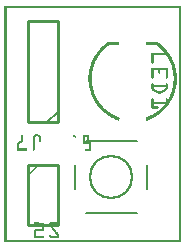
<source format=gto>
G04 MADE WITH FRITZING*
G04 WWW.FRITZING.ORG*
G04 DOUBLE SIDED*
G04 HOLES PLATED*
G04 CONTOUR ON CENTER OF CONTOUR VECTOR*
%ASAXBY*%
%FSLAX23Y23*%
%MOIN*%
%OFA0B0*%
%SFA1.0B1.0*%
%ADD10C,0.148000X0.132*%
%ADD11C,0.010000*%
%ADD12C,0.005000*%
%ADD13C,0.008000*%
%ADD14R,0.001000X0.001000*%
%LNSILK1*%
G90*
G70*
G54D10*
X356Y218D03*
G54D11*
X178Y400D02*
X178Y736D01*
D02*
X178Y736D02*
X78Y736D01*
D02*
X78Y736D02*
X78Y400D01*
D02*
X78Y400D02*
X178Y400D01*
G54D12*
D02*
X178Y435D02*
X143Y400D01*
G54D11*
D02*
X78Y257D02*
X78Y57D01*
D02*
X78Y57D02*
X178Y57D01*
D02*
X178Y57D02*
X178Y257D01*
D02*
X178Y257D02*
X78Y257D01*
G54D13*
D02*
X441Y338D02*
X271Y338D01*
D02*
X271Y98D02*
X441Y98D01*
D02*
X476Y258D02*
X476Y178D01*
D02*
X236Y259D02*
X236Y178D01*
G54D14*
X0Y787D02*
X589Y787D01*
X0Y786D02*
X589Y786D01*
X0Y785D02*
X589Y785D01*
X0Y784D02*
X589Y784D01*
X0Y783D02*
X589Y783D01*
X0Y782D02*
X589Y782D01*
X0Y781D02*
X589Y781D01*
X0Y780D02*
X589Y780D01*
X0Y779D02*
X7Y779D01*
X582Y779D02*
X589Y779D01*
X0Y778D02*
X7Y778D01*
X582Y778D02*
X589Y778D01*
X0Y777D02*
X7Y777D01*
X582Y777D02*
X589Y777D01*
X0Y776D02*
X7Y776D01*
X582Y776D02*
X589Y776D01*
X0Y775D02*
X7Y775D01*
X582Y775D02*
X589Y775D01*
X0Y774D02*
X7Y774D01*
X582Y774D02*
X589Y774D01*
X0Y773D02*
X7Y773D01*
X582Y773D02*
X589Y773D01*
X0Y772D02*
X7Y772D01*
X582Y772D02*
X589Y772D01*
X0Y771D02*
X7Y771D01*
X582Y771D02*
X589Y771D01*
X0Y770D02*
X7Y770D01*
X582Y770D02*
X589Y770D01*
X0Y769D02*
X7Y769D01*
X582Y769D02*
X589Y769D01*
X0Y768D02*
X7Y768D01*
X582Y768D02*
X589Y768D01*
X0Y767D02*
X7Y767D01*
X582Y767D02*
X589Y767D01*
X0Y766D02*
X7Y766D01*
X582Y766D02*
X589Y766D01*
X0Y765D02*
X7Y765D01*
X582Y765D02*
X589Y765D01*
X0Y764D02*
X7Y764D01*
X582Y764D02*
X589Y764D01*
X0Y763D02*
X7Y763D01*
X582Y763D02*
X589Y763D01*
X0Y762D02*
X7Y762D01*
X582Y762D02*
X589Y762D01*
X0Y761D02*
X7Y761D01*
X582Y761D02*
X589Y761D01*
X0Y760D02*
X7Y760D01*
X582Y760D02*
X589Y760D01*
X0Y759D02*
X7Y759D01*
X582Y759D02*
X589Y759D01*
X0Y758D02*
X7Y758D01*
X582Y758D02*
X589Y758D01*
X0Y757D02*
X7Y757D01*
X582Y757D02*
X589Y757D01*
X0Y756D02*
X7Y756D01*
X582Y756D02*
X589Y756D01*
X0Y755D02*
X7Y755D01*
X582Y755D02*
X589Y755D01*
X0Y754D02*
X7Y754D01*
X582Y754D02*
X589Y754D01*
X0Y753D02*
X7Y753D01*
X582Y753D02*
X589Y753D01*
X0Y752D02*
X7Y752D01*
X582Y752D02*
X589Y752D01*
X0Y751D02*
X7Y751D01*
X582Y751D02*
X589Y751D01*
X0Y750D02*
X7Y750D01*
X582Y750D02*
X589Y750D01*
X0Y749D02*
X7Y749D01*
X582Y749D02*
X589Y749D01*
X0Y748D02*
X7Y748D01*
X582Y748D02*
X589Y748D01*
X0Y747D02*
X7Y747D01*
X582Y747D02*
X589Y747D01*
X0Y746D02*
X7Y746D01*
X582Y746D02*
X589Y746D01*
X0Y745D02*
X7Y745D01*
X582Y745D02*
X589Y745D01*
X0Y744D02*
X7Y744D01*
X582Y744D02*
X589Y744D01*
X0Y743D02*
X7Y743D01*
X582Y743D02*
X589Y743D01*
X0Y742D02*
X7Y742D01*
X582Y742D02*
X589Y742D01*
X0Y741D02*
X7Y741D01*
X582Y741D02*
X589Y741D01*
X0Y740D02*
X7Y740D01*
X582Y740D02*
X589Y740D01*
X0Y739D02*
X7Y739D01*
X582Y739D02*
X589Y739D01*
X0Y738D02*
X7Y738D01*
X582Y738D02*
X589Y738D01*
X0Y737D02*
X7Y737D01*
X582Y737D02*
X589Y737D01*
X0Y736D02*
X7Y736D01*
X582Y736D02*
X589Y736D01*
X0Y735D02*
X7Y735D01*
X582Y735D02*
X589Y735D01*
X0Y734D02*
X7Y734D01*
X582Y734D02*
X589Y734D01*
X0Y733D02*
X7Y733D01*
X582Y733D02*
X589Y733D01*
X0Y732D02*
X7Y732D01*
X582Y732D02*
X589Y732D01*
X0Y731D02*
X7Y731D01*
X582Y731D02*
X589Y731D01*
X0Y730D02*
X7Y730D01*
X582Y730D02*
X589Y730D01*
X0Y729D02*
X7Y729D01*
X582Y729D02*
X589Y729D01*
X0Y728D02*
X7Y728D01*
X582Y728D02*
X589Y728D01*
X0Y727D02*
X7Y727D01*
X582Y727D02*
X589Y727D01*
X0Y726D02*
X7Y726D01*
X582Y726D02*
X589Y726D01*
X0Y725D02*
X7Y725D01*
X582Y725D02*
X589Y725D01*
X0Y724D02*
X7Y724D01*
X582Y724D02*
X589Y724D01*
X0Y723D02*
X7Y723D01*
X582Y723D02*
X589Y723D01*
X0Y722D02*
X7Y722D01*
X582Y722D02*
X589Y722D01*
X0Y721D02*
X7Y721D01*
X582Y721D02*
X589Y721D01*
X0Y720D02*
X7Y720D01*
X582Y720D02*
X589Y720D01*
X0Y719D02*
X7Y719D01*
X582Y719D02*
X589Y719D01*
X0Y718D02*
X7Y718D01*
X582Y718D02*
X589Y718D01*
X0Y717D02*
X7Y717D01*
X582Y717D02*
X589Y717D01*
X0Y716D02*
X7Y716D01*
X582Y716D02*
X589Y716D01*
X0Y715D02*
X7Y715D01*
X582Y715D02*
X589Y715D01*
X0Y714D02*
X7Y714D01*
X582Y714D02*
X589Y714D01*
X0Y713D02*
X7Y713D01*
X582Y713D02*
X589Y713D01*
X0Y712D02*
X7Y712D01*
X582Y712D02*
X589Y712D01*
X0Y711D02*
X7Y711D01*
X582Y711D02*
X589Y711D01*
X0Y710D02*
X7Y710D01*
X582Y710D02*
X589Y710D01*
X0Y709D02*
X7Y709D01*
X582Y709D02*
X589Y709D01*
X0Y708D02*
X7Y708D01*
X582Y708D02*
X589Y708D01*
X0Y707D02*
X7Y707D01*
X582Y707D02*
X589Y707D01*
X0Y706D02*
X7Y706D01*
X582Y706D02*
X589Y706D01*
X0Y705D02*
X7Y705D01*
X582Y705D02*
X589Y705D01*
X0Y704D02*
X7Y704D01*
X582Y704D02*
X589Y704D01*
X0Y703D02*
X7Y703D01*
X582Y703D02*
X589Y703D01*
X0Y702D02*
X7Y702D01*
X582Y702D02*
X589Y702D01*
X0Y701D02*
X7Y701D01*
X582Y701D02*
X589Y701D01*
X0Y700D02*
X7Y700D01*
X582Y700D02*
X589Y700D01*
X0Y699D02*
X7Y699D01*
X582Y699D02*
X589Y699D01*
X0Y698D02*
X7Y698D01*
X582Y698D02*
X589Y698D01*
X0Y697D02*
X7Y697D01*
X582Y697D02*
X589Y697D01*
X0Y696D02*
X7Y696D01*
X582Y696D02*
X589Y696D01*
X0Y695D02*
X7Y695D01*
X582Y695D02*
X589Y695D01*
X0Y694D02*
X7Y694D01*
X582Y694D02*
X589Y694D01*
X0Y693D02*
X7Y693D01*
X582Y693D02*
X589Y693D01*
X0Y692D02*
X7Y692D01*
X582Y692D02*
X589Y692D01*
X0Y691D02*
X7Y691D01*
X582Y691D02*
X589Y691D01*
X0Y690D02*
X7Y690D01*
X582Y690D02*
X589Y690D01*
X0Y689D02*
X7Y689D01*
X582Y689D02*
X589Y689D01*
X0Y688D02*
X7Y688D01*
X582Y688D02*
X589Y688D01*
X0Y687D02*
X7Y687D01*
X582Y687D02*
X589Y687D01*
X0Y686D02*
X7Y686D01*
X582Y686D02*
X589Y686D01*
X0Y685D02*
X7Y685D01*
X582Y685D02*
X589Y685D01*
X0Y684D02*
X7Y684D01*
X582Y684D02*
X589Y684D01*
X0Y683D02*
X7Y683D01*
X582Y683D02*
X589Y683D01*
X0Y682D02*
X7Y682D01*
X582Y682D02*
X589Y682D01*
X0Y681D02*
X7Y681D01*
X582Y681D02*
X589Y681D01*
X0Y680D02*
X7Y680D01*
X582Y680D02*
X589Y680D01*
X0Y679D02*
X7Y679D01*
X582Y679D02*
X589Y679D01*
X0Y678D02*
X7Y678D01*
X582Y678D02*
X589Y678D01*
X0Y677D02*
X7Y677D01*
X582Y677D02*
X589Y677D01*
X0Y676D02*
X7Y676D01*
X582Y676D02*
X589Y676D01*
X0Y675D02*
X7Y675D01*
X582Y675D02*
X589Y675D01*
X0Y674D02*
X7Y674D01*
X582Y674D02*
X589Y674D01*
X0Y673D02*
X7Y673D01*
X582Y673D02*
X589Y673D01*
X0Y672D02*
X7Y672D01*
X582Y672D02*
X589Y672D01*
X0Y671D02*
X7Y671D01*
X582Y671D02*
X589Y671D01*
X0Y670D02*
X7Y670D01*
X582Y670D02*
X589Y670D01*
X0Y669D02*
X7Y669D01*
X582Y669D02*
X589Y669D01*
X0Y668D02*
X7Y668D01*
X346Y668D02*
X382Y668D01*
X472Y668D02*
X508Y668D01*
X582Y668D02*
X589Y668D01*
X0Y667D02*
X7Y667D01*
X345Y667D02*
X382Y667D01*
X472Y667D02*
X509Y667D01*
X582Y667D02*
X589Y667D01*
X0Y666D02*
X7Y666D01*
X343Y666D02*
X382Y666D01*
X472Y666D02*
X511Y666D01*
X582Y666D02*
X589Y666D01*
X0Y665D02*
X7Y665D01*
X342Y665D02*
X382Y665D01*
X472Y665D02*
X512Y665D01*
X582Y665D02*
X589Y665D01*
X0Y664D02*
X7Y664D01*
X341Y664D02*
X382Y664D01*
X472Y664D02*
X514Y664D01*
X582Y664D02*
X589Y664D01*
X0Y663D02*
X7Y663D01*
X339Y663D02*
X382Y663D01*
X472Y663D02*
X515Y663D01*
X582Y663D02*
X589Y663D01*
X0Y662D02*
X7Y662D01*
X338Y662D02*
X382Y662D01*
X472Y662D02*
X516Y662D01*
X582Y662D02*
X589Y662D01*
X0Y661D02*
X7Y661D01*
X337Y661D02*
X382Y661D01*
X472Y661D02*
X518Y661D01*
X582Y661D02*
X589Y661D01*
X0Y660D02*
X7Y660D01*
X335Y660D02*
X382Y660D01*
X472Y660D02*
X519Y660D01*
X582Y660D02*
X589Y660D01*
X0Y659D02*
X7Y659D01*
X334Y659D02*
X382Y659D01*
X472Y659D02*
X520Y659D01*
X582Y659D02*
X589Y659D01*
X0Y658D02*
X7Y658D01*
X333Y658D02*
X382Y658D01*
X472Y658D02*
X521Y658D01*
X582Y658D02*
X589Y658D01*
X0Y657D02*
X7Y657D01*
X332Y657D02*
X349Y657D01*
X505Y657D02*
X522Y657D01*
X582Y657D02*
X589Y657D01*
X0Y656D02*
X7Y656D01*
X331Y656D02*
X347Y656D01*
X507Y656D02*
X524Y656D01*
X582Y656D02*
X589Y656D01*
X0Y655D02*
X7Y655D01*
X330Y655D02*
X346Y655D01*
X508Y655D02*
X525Y655D01*
X582Y655D02*
X589Y655D01*
X0Y654D02*
X7Y654D01*
X328Y654D02*
X345Y654D01*
X509Y654D02*
X526Y654D01*
X582Y654D02*
X589Y654D01*
X0Y653D02*
X7Y653D01*
X327Y653D02*
X343Y653D01*
X511Y653D02*
X527Y653D01*
X582Y653D02*
X589Y653D01*
X0Y652D02*
X7Y652D01*
X326Y652D02*
X342Y652D01*
X512Y652D02*
X528Y652D01*
X582Y652D02*
X589Y652D01*
X0Y651D02*
X7Y651D01*
X325Y651D02*
X341Y651D01*
X513Y651D02*
X529Y651D01*
X582Y651D02*
X589Y651D01*
X0Y650D02*
X7Y650D01*
X324Y650D02*
X340Y650D01*
X515Y650D02*
X530Y650D01*
X582Y650D02*
X589Y650D01*
X0Y649D02*
X7Y649D01*
X323Y649D02*
X338Y649D01*
X516Y649D02*
X531Y649D01*
X582Y649D02*
X589Y649D01*
X0Y648D02*
X7Y648D01*
X322Y648D02*
X337Y648D01*
X517Y648D02*
X532Y648D01*
X582Y648D02*
X589Y648D01*
X0Y647D02*
X7Y647D01*
X321Y647D02*
X336Y647D01*
X518Y647D02*
X533Y647D01*
X582Y647D02*
X589Y647D01*
X0Y646D02*
X7Y646D01*
X320Y646D02*
X335Y646D01*
X519Y646D02*
X534Y646D01*
X582Y646D02*
X589Y646D01*
X0Y645D02*
X7Y645D01*
X319Y645D02*
X334Y645D01*
X520Y645D02*
X535Y645D01*
X582Y645D02*
X589Y645D01*
X0Y644D02*
X7Y644D01*
X318Y644D02*
X333Y644D01*
X521Y644D02*
X536Y644D01*
X582Y644D02*
X589Y644D01*
X0Y643D02*
X7Y643D01*
X318Y643D02*
X332Y643D01*
X522Y643D02*
X537Y643D01*
X582Y643D02*
X589Y643D01*
X0Y642D02*
X7Y642D01*
X317Y642D02*
X331Y642D01*
X523Y642D02*
X537Y642D01*
X582Y642D02*
X589Y642D01*
X0Y641D02*
X7Y641D01*
X316Y641D02*
X330Y641D01*
X524Y641D02*
X538Y641D01*
X582Y641D02*
X589Y641D01*
X0Y640D02*
X7Y640D01*
X315Y640D02*
X329Y640D01*
X525Y640D02*
X539Y640D01*
X582Y640D02*
X589Y640D01*
X0Y639D02*
X7Y639D01*
X314Y639D02*
X328Y639D01*
X526Y639D02*
X540Y639D01*
X582Y639D02*
X589Y639D01*
X0Y638D02*
X7Y638D01*
X313Y638D02*
X327Y638D01*
X527Y638D02*
X541Y638D01*
X582Y638D02*
X589Y638D01*
X0Y637D02*
X7Y637D01*
X313Y637D02*
X326Y637D01*
X528Y637D02*
X542Y637D01*
X582Y637D02*
X589Y637D01*
X0Y636D02*
X7Y636D01*
X312Y636D02*
X325Y636D01*
X529Y636D02*
X542Y636D01*
X582Y636D02*
X589Y636D01*
X0Y635D02*
X7Y635D01*
X311Y635D02*
X324Y635D01*
X530Y635D02*
X543Y635D01*
X582Y635D02*
X589Y635D01*
X0Y634D02*
X7Y634D01*
X310Y634D02*
X323Y634D01*
X531Y634D02*
X544Y634D01*
X582Y634D02*
X589Y634D01*
X0Y633D02*
X7Y633D01*
X309Y633D02*
X322Y633D01*
X532Y633D02*
X545Y633D01*
X582Y633D02*
X589Y633D01*
X0Y632D02*
X7Y632D01*
X309Y632D02*
X321Y632D01*
X533Y632D02*
X545Y632D01*
X582Y632D02*
X589Y632D01*
X0Y631D02*
X7Y631D01*
X308Y631D02*
X321Y631D01*
X533Y631D02*
X546Y631D01*
X582Y631D02*
X589Y631D01*
X0Y630D02*
X7Y630D01*
X307Y630D02*
X320Y630D01*
X490Y630D02*
X547Y630D01*
X582Y630D02*
X589Y630D01*
X0Y629D02*
X7Y629D01*
X307Y629D02*
X319Y629D01*
X490Y629D02*
X548Y629D01*
X582Y629D02*
X589Y629D01*
X0Y628D02*
X7Y628D01*
X306Y628D02*
X318Y628D01*
X490Y628D02*
X548Y628D01*
X582Y628D02*
X589Y628D01*
X0Y627D02*
X7Y627D01*
X305Y627D02*
X317Y627D01*
X490Y627D02*
X549Y627D01*
X582Y627D02*
X589Y627D01*
X0Y626D02*
X7Y626D01*
X305Y626D02*
X317Y626D01*
X490Y626D02*
X550Y626D01*
X582Y626D02*
X589Y626D01*
X0Y625D02*
X7Y625D01*
X304Y625D02*
X316Y625D01*
X490Y625D02*
X550Y625D01*
X582Y625D02*
X589Y625D01*
X0Y624D02*
X7Y624D01*
X303Y624D02*
X315Y624D01*
X490Y624D02*
X551Y624D01*
X582Y624D02*
X589Y624D01*
X0Y623D02*
X7Y623D01*
X303Y623D02*
X315Y623D01*
X490Y623D02*
X496Y623D01*
X540Y623D02*
X551Y623D01*
X582Y623D02*
X589Y623D01*
X0Y622D02*
X7Y622D01*
X302Y622D02*
X314Y622D01*
X490Y622D02*
X496Y622D01*
X540Y622D02*
X552Y622D01*
X582Y622D02*
X589Y622D01*
X0Y621D02*
X7Y621D01*
X301Y621D02*
X313Y621D01*
X490Y621D02*
X496Y621D01*
X541Y621D02*
X553Y621D01*
X582Y621D02*
X589Y621D01*
X0Y620D02*
X7Y620D01*
X301Y620D02*
X313Y620D01*
X490Y620D02*
X496Y620D01*
X542Y620D02*
X553Y620D01*
X582Y620D02*
X589Y620D01*
X0Y619D02*
X7Y619D01*
X300Y619D02*
X312Y619D01*
X490Y619D02*
X496Y619D01*
X542Y619D02*
X554Y619D01*
X582Y619D02*
X589Y619D01*
X0Y618D02*
X7Y618D01*
X300Y618D02*
X311Y618D01*
X490Y618D02*
X496Y618D01*
X543Y618D02*
X554Y618D01*
X582Y618D02*
X589Y618D01*
X0Y617D02*
X7Y617D01*
X299Y617D02*
X311Y617D01*
X490Y617D02*
X496Y617D01*
X544Y617D02*
X555Y617D01*
X582Y617D02*
X589Y617D01*
X0Y616D02*
X7Y616D01*
X298Y616D02*
X310Y616D01*
X490Y616D02*
X496Y616D01*
X544Y616D02*
X556Y616D01*
X582Y616D02*
X589Y616D01*
X0Y615D02*
X7Y615D01*
X298Y615D02*
X309Y615D01*
X490Y615D02*
X496Y615D01*
X545Y615D02*
X556Y615D01*
X582Y615D02*
X589Y615D01*
X0Y614D02*
X7Y614D01*
X297Y614D02*
X309Y614D01*
X490Y614D02*
X496Y614D01*
X545Y614D02*
X557Y614D01*
X582Y614D02*
X589Y614D01*
X0Y613D02*
X7Y613D01*
X297Y613D02*
X308Y613D01*
X490Y613D02*
X496Y613D01*
X546Y613D02*
X557Y613D01*
X582Y613D02*
X589Y613D01*
X0Y612D02*
X7Y612D01*
X296Y612D02*
X308Y612D01*
X490Y612D02*
X496Y612D01*
X546Y612D02*
X558Y612D01*
X582Y612D02*
X589Y612D01*
X0Y611D02*
X7Y611D01*
X296Y611D02*
X307Y611D01*
X490Y611D02*
X496Y611D01*
X547Y611D02*
X558Y611D01*
X582Y611D02*
X589Y611D01*
X0Y610D02*
X7Y610D01*
X295Y610D02*
X306Y610D01*
X490Y610D02*
X496Y610D01*
X548Y610D02*
X559Y610D01*
X582Y610D02*
X589Y610D01*
X0Y609D02*
X7Y609D01*
X295Y609D02*
X306Y609D01*
X490Y609D02*
X496Y609D01*
X548Y609D02*
X559Y609D01*
X582Y609D02*
X589Y609D01*
X0Y608D02*
X7Y608D01*
X294Y608D02*
X305Y608D01*
X490Y608D02*
X496Y608D01*
X549Y608D02*
X560Y608D01*
X582Y608D02*
X589Y608D01*
X0Y607D02*
X7Y607D01*
X294Y607D02*
X305Y607D01*
X490Y607D02*
X496Y607D01*
X549Y607D02*
X560Y607D01*
X582Y607D02*
X589Y607D01*
X0Y606D02*
X7Y606D01*
X293Y606D02*
X304Y606D01*
X490Y606D02*
X496Y606D01*
X550Y606D02*
X561Y606D01*
X582Y606D02*
X589Y606D01*
X0Y605D02*
X7Y605D01*
X293Y605D02*
X304Y605D01*
X490Y605D02*
X496Y605D01*
X550Y605D02*
X561Y605D01*
X582Y605D02*
X589Y605D01*
X0Y604D02*
X7Y604D01*
X293Y604D02*
X303Y604D01*
X490Y604D02*
X496Y604D01*
X551Y604D02*
X561Y604D01*
X582Y604D02*
X589Y604D01*
X0Y603D02*
X7Y603D01*
X292Y603D02*
X303Y603D01*
X490Y603D02*
X496Y603D01*
X551Y603D02*
X562Y603D01*
X582Y603D02*
X589Y603D01*
X0Y602D02*
X7Y602D01*
X292Y602D02*
X302Y602D01*
X490Y602D02*
X496Y602D01*
X552Y602D02*
X562Y602D01*
X582Y602D02*
X589Y602D01*
X0Y601D02*
X7Y601D01*
X291Y601D02*
X302Y601D01*
X490Y601D02*
X496Y601D01*
X552Y601D02*
X563Y601D01*
X582Y601D02*
X589Y601D01*
X0Y600D02*
X7Y600D01*
X291Y600D02*
X302Y600D01*
X490Y600D02*
X496Y600D01*
X552Y600D02*
X563Y600D01*
X582Y600D02*
X589Y600D01*
X0Y599D02*
X7Y599D01*
X290Y599D02*
X301Y599D01*
X490Y599D02*
X496Y599D01*
X553Y599D02*
X564Y599D01*
X582Y599D02*
X589Y599D01*
X0Y598D02*
X7Y598D01*
X290Y598D02*
X301Y598D01*
X490Y598D02*
X496Y598D01*
X553Y598D02*
X564Y598D01*
X582Y598D02*
X589Y598D01*
X0Y597D02*
X7Y597D01*
X290Y597D02*
X300Y597D01*
X491Y597D02*
X495Y597D01*
X554Y597D02*
X564Y597D01*
X582Y597D02*
X589Y597D01*
X0Y596D02*
X7Y596D01*
X289Y596D02*
X300Y596D01*
X493Y596D02*
X493Y596D01*
X554Y596D02*
X565Y596D01*
X582Y596D02*
X589Y596D01*
X0Y595D02*
X7Y595D01*
X289Y595D02*
X299Y595D01*
X555Y595D02*
X565Y595D01*
X582Y595D02*
X589Y595D01*
X0Y594D02*
X7Y594D01*
X289Y594D02*
X299Y594D01*
X555Y594D02*
X565Y594D01*
X582Y594D02*
X589Y594D01*
X0Y593D02*
X7Y593D01*
X288Y593D02*
X299Y593D01*
X555Y593D02*
X566Y593D01*
X582Y593D02*
X589Y593D01*
X0Y592D02*
X7Y592D01*
X288Y592D02*
X298Y592D01*
X556Y592D02*
X566Y592D01*
X582Y592D02*
X589Y592D01*
X0Y591D02*
X7Y591D01*
X287Y591D02*
X298Y591D01*
X556Y591D02*
X566Y591D01*
X582Y591D02*
X589Y591D01*
X0Y590D02*
X7Y590D01*
X287Y590D02*
X298Y590D01*
X556Y590D02*
X567Y590D01*
X582Y590D02*
X589Y590D01*
X0Y589D02*
X7Y589D01*
X287Y589D02*
X297Y589D01*
X557Y589D02*
X567Y589D01*
X582Y589D02*
X589Y589D01*
X0Y588D02*
X7Y588D01*
X287Y588D02*
X297Y588D01*
X557Y588D02*
X567Y588D01*
X582Y588D02*
X589Y588D01*
X0Y587D02*
X7Y587D01*
X286Y587D02*
X297Y587D01*
X557Y587D02*
X568Y587D01*
X582Y587D02*
X589Y587D01*
X0Y586D02*
X7Y586D01*
X286Y586D02*
X296Y586D01*
X558Y586D02*
X568Y586D01*
X582Y586D02*
X589Y586D01*
X0Y585D02*
X7Y585D01*
X286Y585D02*
X296Y585D01*
X558Y585D02*
X568Y585D01*
X582Y585D02*
X589Y585D01*
X0Y584D02*
X7Y584D01*
X285Y584D02*
X296Y584D01*
X558Y584D02*
X569Y584D01*
X582Y584D02*
X589Y584D01*
X0Y583D02*
X7Y583D01*
X285Y583D02*
X295Y583D01*
X559Y583D02*
X569Y583D01*
X582Y583D02*
X589Y583D01*
X0Y582D02*
X7Y582D01*
X285Y582D02*
X295Y582D01*
X559Y582D02*
X569Y582D01*
X582Y582D02*
X589Y582D01*
X0Y581D02*
X7Y581D01*
X285Y581D02*
X295Y581D01*
X559Y581D02*
X569Y581D01*
X582Y581D02*
X589Y581D01*
X0Y580D02*
X7Y580D01*
X284Y580D02*
X295Y580D01*
X490Y580D02*
X543Y580D01*
X559Y580D02*
X570Y580D01*
X582Y580D02*
X589Y580D01*
X0Y579D02*
X7Y579D01*
X284Y579D02*
X294Y579D01*
X490Y579D02*
X543Y579D01*
X560Y579D02*
X570Y579D01*
X582Y579D02*
X589Y579D01*
X0Y578D02*
X7Y578D01*
X284Y578D02*
X294Y578D01*
X490Y578D02*
X543Y578D01*
X560Y578D02*
X570Y578D01*
X582Y578D02*
X589Y578D01*
X0Y577D02*
X7Y577D01*
X284Y577D02*
X294Y577D01*
X490Y577D02*
X543Y577D01*
X560Y577D02*
X570Y577D01*
X582Y577D02*
X589Y577D01*
X0Y576D02*
X7Y576D01*
X283Y576D02*
X294Y576D01*
X490Y576D02*
X543Y576D01*
X560Y576D02*
X571Y576D01*
X582Y576D02*
X589Y576D01*
X0Y575D02*
X7Y575D01*
X283Y575D02*
X293Y575D01*
X490Y575D02*
X543Y575D01*
X561Y575D02*
X571Y575D01*
X582Y575D02*
X589Y575D01*
X0Y574D02*
X7Y574D01*
X283Y574D02*
X293Y574D01*
X490Y574D02*
X543Y574D01*
X561Y574D02*
X571Y574D01*
X582Y574D02*
X589Y574D01*
X0Y573D02*
X7Y573D01*
X283Y573D02*
X293Y573D01*
X490Y573D02*
X496Y573D01*
X513Y573D02*
X520Y573D01*
X537Y573D02*
X543Y573D01*
X561Y573D02*
X571Y573D01*
X582Y573D02*
X589Y573D01*
X0Y572D02*
X7Y572D01*
X283Y572D02*
X293Y572D01*
X490Y572D02*
X496Y572D01*
X513Y572D02*
X519Y572D01*
X537Y572D02*
X543Y572D01*
X561Y572D02*
X571Y572D01*
X582Y572D02*
X589Y572D01*
X0Y571D02*
X7Y571D01*
X282Y571D02*
X293Y571D01*
X490Y571D02*
X496Y571D01*
X513Y571D02*
X519Y571D01*
X537Y571D02*
X543Y571D01*
X561Y571D02*
X572Y571D01*
X582Y571D02*
X589Y571D01*
X0Y570D02*
X7Y570D01*
X282Y570D02*
X292Y570D01*
X490Y570D02*
X496Y570D01*
X513Y570D02*
X519Y570D01*
X537Y570D02*
X543Y570D01*
X562Y570D02*
X572Y570D01*
X582Y570D02*
X589Y570D01*
X0Y569D02*
X7Y569D01*
X282Y569D02*
X292Y569D01*
X490Y569D02*
X496Y569D01*
X513Y569D02*
X519Y569D01*
X537Y569D02*
X543Y569D01*
X562Y569D02*
X572Y569D01*
X582Y569D02*
X589Y569D01*
X0Y568D02*
X7Y568D01*
X282Y568D02*
X292Y568D01*
X490Y568D02*
X496Y568D01*
X513Y568D02*
X519Y568D01*
X537Y568D02*
X543Y568D01*
X562Y568D02*
X572Y568D01*
X582Y568D02*
X589Y568D01*
X0Y567D02*
X7Y567D01*
X282Y567D02*
X292Y567D01*
X490Y567D02*
X496Y567D01*
X513Y567D02*
X519Y567D01*
X537Y567D02*
X543Y567D01*
X562Y567D02*
X572Y567D01*
X582Y567D02*
X589Y567D01*
X0Y566D02*
X7Y566D01*
X282Y566D02*
X292Y566D01*
X490Y566D02*
X496Y566D01*
X513Y566D02*
X519Y566D01*
X537Y566D02*
X543Y566D01*
X562Y566D02*
X572Y566D01*
X582Y566D02*
X589Y566D01*
X0Y565D02*
X7Y565D01*
X281Y565D02*
X292Y565D01*
X490Y565D02*
X496Y565D01*
X513Y565D02*
X519Y565D01*
X537Y565D02*
X543Y565D01*
X562Y565D02*
X573Y565D01*
X582Y565D02*
X589Y565D01*
X0Y564D02*
X7Y564D01*
X281Y564D02*
X291Y564D01*
X490Y564D02*
X496Y564D01*
X513Y564D02*
X519Y564D01*
X537Y564D02*
X543Y564D01*
X563Y564D02*
X573Y564D01*
X582Y564D02*
X589Y564D01*
X0Y563D02*
X7Y563D01*
X281Y563D02*
X291Y563D01*
X490Y563D02*
X496Y563D01*
X513Y563D02*
X519Y563D01*
X537Y563D02*
X543Y563D01*
X563Y563D02*
X573Y563D01*
X582Y563D02*
X589Y563D01*
X0Y562D02*
X7Y562D01*
X281Y562D02*
X291Y562D01*
X490Y562D02*
X496Y562D01*
X514Y562D02*
X519Y562D01*
X537Y562D02*
X543Y562D01*
X563Y562D02*
X573Y562D01*
X582Y562D02*
X589Y562D01*
X0Y561D02*
X7Y561D01*
X281Y561D02*
X291Y561D01*
X490Y561D02*
X496Y561D01*
X514Y561D02*
X519Y561D01*
X537Y561D02*
X543Y561D01*
X563Y561D02*
X573Y561D01*
X582Y561D02*
X589Y561D01*
X0Y560D02*
X7Y560D01*
X281Y560D02*
X291Y560D01*
X490Y560D02*
X496Y560D01*
X515Y560D02*
X518Y560D01*
X537Y560D02*
X543Y560D01*
X563Y560D02*
X573Y560D01*
X582Y560D02*
X589Y560D01*
X0Y559D02*
X7Y559D01*
X281Y559D02*
X291Y559D01*
X490Y559D02*
X496Y559D01*
X537Y559D02*
X543Y559D01*
X563Y559D02*
X573Y559D01*
X582Y559D02*
X589Y559D01*
X0Y558D02*
X7Y558D01*
X281Y558D02*
X291Y558D01*
X490Y558D02*
X496Y558D01*
X537Y558D02*
X543Y558D01*
X563Y558D02*
X573Y558D01*
X582Y558D02*
X589Y558D01*
X0Y557D02*
X7Y557D01*
X280Y557D02*
X291Y557D01*
X490Y557D02*
X496Y557D01*
X537Y557D02*
X543Y557D01*
X563Y557D02*
X573Y557D01*
X582Y557D02*
X589Y557D01*
X0Y556D02*
X7Y556D01*
X280Y556D02*
X291Y556D01*
X490Y556D02*
X496Y556D01*
X537Y556D02*
X543Y556D01*
X563Y556D02*
X573Y556D01*
X582Y556D02*
X589Y556D01*
X0Y555D02*
X7Y555D01*
X280Y555D02*
X290Y555D01*
X490Y555D02*
X496Y555D01*
X537Y555D02*
X543Y555D01*
X563Y555D02*
X574Y555D01*
X582Y555D02*
X589Y555D01*
X0Y554D02*
X7Y554D01*
X280Y554D02*
X290Y554D01*
X490Y554D02*
X496Y554D01*
X537Y554D02*
X543Y554D01*
X563Y554D02*
X574Y554D01*
X582Y554D02*
X589Y554D01*
X0Y553D02*
X7Y553D01*
X280Y553D02*
X290Y553D01*
X490Y553D02*
X496Y553D01*
X537Y553D02*
X543Y553D01*
X564Y553D02*
X574Y553D01*
X582Y553D02*
X589Y553D01*
X0Y552D02*
X7Y552D01*
X280Y552D02*
X290Y552D01*
X490Y552D02*
X496Y552D01*
X537Y552D02*
X543Y552D01*
X564Y552D02*
X574Y552D01*
X582Y552D02*
X589Y552D01*
X0Y551D02*
X7Y551D01*
X280Y551D02*
X290Y551D01*
X490Y551D02*
X496Y551D01*
X537Y551D02*
X543Y551D01*
X564Y551D02*
X574Y551D01*
X582Y551D02*
X589Y551D01*
X0Y550D02*
X7Y550D01*
X280Y550D02*
X290Y550D01*
X490Y550D02*
X496Y550D01*
X537Y550D02*
X543Y550D01*
X564Y550D02*
X574Y550D01*
X582Y550D02*
X589Y550D01*
X0Y549D02*
X7Y549D01*
X280Y549D02*
X290Y549D01*
X490Y549D02*
X496Y549D01*
X537Y549D02*
X543Y549D01*
X564Y549D02*
X574Y549D01*
X582Y549D02*
X589Y549D01*
X0Y548D02*
X7Y548D01*
X280Y548D02*
X290Y548D01*
X490Y548D02*
X496Y548D01*
X537Y548D02*
X543Y548D01*
X564Y548D02*
X574Y548D01*
X582Y548D02*
X589Y548D01*
X0Y547D02*
X7Y547D01*
X280Y547D02*
X290Y547D01*
X491Y547D02*
X495Y547D01*
X538Y547D02*
X542Y547D01*
X564Y547D02*
X574Y547D01*
X582Y547D02*
X589Y547D01*
X0Y546D02*
X7Y546D01*
X280Y546D02*
X290Y546D01*
X492Y546D02*
X494Y546D01*
X539Y546D02*
X541Y546D01*
X564Y546D02*
X574Y546D01*
X582Y546D02*
X589Y546D01*
X0Y545D02*
X7Y545D01*
X280Y545D02*
X290Y545D01*
X564Y545D02*
X574Y545D01*
X582Y545D02*
X589Y545D01*
X0Y544D02*
X7Y544D01*
X280Y544D02*
X290Y544D01*
X564Y544D02*
X574Y544D01*
X582Y544D02*
X589Y544D01*
X0Y543D02*
X7Y543D01*
X280Y543D02*
X290Y543D01*
X564Y543D02*
X574Y543D01*
X582Y543D02*
X589Y543D01*
X0Y542D02*
X7Y542D01*
X280Y542D02*
X290Y542D01*
X564Y542D02*
X574Y542D01*
X582Y542D02*
X589Y542D01*
X0Y541D02*
X7Y541D01*
X280Y541D02*
X290Y541D01*
X564Y541D02*
X574Y541D01*
X582Y541D02*
X589Y541D01*
X0Y540D02*
X7Y540D01*
X280Y540D02*
X290Y540D01*
X564Y540D02*
X574Y540D01*
X582Y540D02*
X589Y540D01*
X0Y539D02*
X7Y539D01*
X280Y539D02*
X290Y539D01*
X564Y539D02*
X574Y539D01*
X582Y539D02*
X589Y539D01*
X0Y538D02*
X7Y538D01*
X280Y538D02*
X290Y538D01*
X564Y538D02*
X574Y538D01*
X582Y538D02*
X589Y538D01*
X0Y537D02*
X7Y537D01*
X280Y537D02*
X290Y537D01*
X564Y537D02*
X574Y537D01*
X582Y537D02*
X589Y537D01*
X0Y536D02*
X7Y536D01*
X280Y536D02*
X290Y536D01*
X563Y536D02*
X574Y536D01*
X582Y536D02*
X589Y536D01*
X0Y535D02*
X7Y535D01*
X280Y535D02*
X290Y535D01*
X563Y535D02*
X574Y535D01*
X582Y535D02*
X589Y535D01*
X0Y534D02*
X7Y534D01*
X280Y534D02*
X291Y534D01*
X563Y534D02*
X573Y534D01*
X582Y534D02*
X589Y534D01*
X0Y533D02*
X7Y533D01*
X281Y533D02*
X291Y533D01*
X563Y533D02*
X573Y533D01*
X582Y533D02*
X589Y533D01*
X0Y532D02*
X7Y532D01*
X281Y532D02*
X291Y532D01*
X563Y532D02*
X573Y532D01*
X582Y532D02*
X589Y532D01*
X0Y531D02*
X7Y531D01*
X281Y531D02*
X291Y531D01*
X563Y531D02*
X573Y531D01*
X582Y531D02*
X589Y531D01*
X0Y530D02*
X7Y530D01*
X281Y530D02*
X291Y530D01*
X493Y530D02*
X493Y530D01*
X540Y530D02*
X540Y530D01*
X563Y530D02*
X573Y530D01*
X582Y530D02*
X589Y530D01*
X0Y529D02*
X7Y529D01*
X281Y529D02*
X291Y529D01*
X491Y529D02*
X495Y529D01*
X538Y529D02*
X542Y529D01*
X563Y529D02*
X573Y529D01*
X582Y529D02*
X589Y529D01*
X0Y528D02*
X7Y528D01*
X281Y528D02*
X291Y528D01*
X490Y528D02*
X495Y528D01*
X537Y528D02*
X543Y528D01*
X563Y528D02*
X573Y528D01*
X582Y528D02*
X589Y528D01*
X0Y527D02*
X7Y527D01*
X281Y527D02*
X291Y527D01*
X490Y527D02*
X496Y527D01*
X537Y527D02*
X543Y527D01*
X563Y527D02*
X573Y527D01*
X582Y527D02*
X589Y527D01*
X0Y526D02*
X7Y526D01*
X281Y526D02*
X291Y526D01*
X490Y526D02*
X496Y526D01*
X537Y526D02*
X543Y526D01*
X562Y526D02*
X573Y526D01*
X582Y526D02*
X589Y526D01*
X0Y525D02*
X7Y525D01*
X281Y525D02*
X292Y525D01*
X490Y525D02*
X496Y525D01*
X537Y525D02*
X543Y525D01*
X562Y525D02*
X572Y525D01*
X582Y525D02*
X589Y525D01*
X0Y524D02*
X7Y524D01*
X282Y524D02*
X292Y524D01*
X490Y524D02*
X496Y524D01*
X537Y524D02*
X543Y524D01*
X562Y524D02*
X572Y524D01*
X582Y524D02*
X589Y524D01*
X0Y523D02*
X7Y523D01*
X282Y523D02*
X292Y523D01*
X490Y523D02*
X543Y523D01*
X562Y523D02*
X572Y523D01*
X582Y523D02*
X589Y523D01*
X0Y522D02*
X7Y522D01*
X282Y522D02*
X292Y522D01*
X490Y522D02*
X543Y522D01*
X562Y522D02*
X572Y522D01*
X582Y522D02*
X589Y522D01*
X0Y521D02*
X7Y521D01*
X282Y521D02*
X292Y521D01*
X490Y521D02*
X543Y521D01*
X562Y521D02*
X572Y521D01*
X582Y521D02*
X589Y521D01*
X0Y520D02*
X7Y520D01*
X282Y520D02*
X292Y520D01*
X490Y520D02*
X543Y520D01*
X562Y520D02*
X572Y520D01*
X582Y520D02*
X589Y520D01*
X0Y519D02*
X7Y519D01*
X282Y519D02*
X293Y519D01*
X490Y519D02*
X543Y519D01*
X561Y519D02*
X572Y519D01*
X582Y519D02*
X589Y519D01*
X0Y518D02*
X7Y518D01*
X283Y518D02*
X293Y518D01*
X490Y518D02*
X543Y518D01*
X561Y518D02*
X571Y518D01*
X582Y518D02*
X589Y518D01*
X0Y517D02*
X7Y517D01*
X283Y517D02*
X293Y517D01*
X490Y517D02*
X543Y517D01*
X561Y517D02*
X571Y517D01*
X582Y517D02*
X589Y517D01*
X0Y516D02*
X7Y516D01*
X283Y516D02*
X293Y516D01*
X490Y516D02*
X496Y516D01*
X537Y516D02*
X543Y516D01*
X561Y516D02*
X571Y516D01*
X582Y516D02*
X589Y516D01*
X0Y515D02*
X7Y515D01*
X283Y515D02*
X293Y515D01*
X490Y515D02*
X496Y515D01*
X537Y515D02*
X543Y515D01*
X561Y515D02*
X571Y515D01*
X582Y515D02*
X589Y515D01*
X0Y514D02*
X7Y514D01*
X283Y514D02*
X294Y514D01*
X490Y514D02*
X496Y514D01*
X537Y514D02*
X543Y514D01*
X560Y514D02*
X571Y514D01*
X582Y514D02*
X589Y514D01*
X0Y513D02*
X7Y513D01*
X284Y513D02*
X294Y513D01*
X490Y513D02*
X496Y513D01*
X537Y513D02*
X543Y513D01*
X560Y513D02*
X570Y513D01*
X582Y513D02*
X589Y513D01*
X0Y512D02*
X7Y512D01*
X284Y512D02*
X294Y512D01*
X490Y512D02*
X496Y512D01*
X536Y512D02*
X543Y512D01*
X560Y512D02*
X570Y512D01*
X582Y512D02*
X589Y512D01*
X0Y511D02*
X7Y511D01*
X284Y511D02*
X294Y511D01*
X490Y511D02*
X497Y511D01*
X536Y511D02*
X543Y511D01*
X560Y511D02*
X570Y511D01*
X582Y511D02*
X589Y511D01*
X0Y510D02*
X7Y510D01*
X284Y510D02*
X295Y510D01*
X491Y510D02*
X499Y510D01*
X534Y510D02*
X542Y510D01*
X559Y510D02*
X570Y510D01*
X582Y510D02*
X589Y510D01*
X0Y509D02*
X7Y509D01*
X285Y509D02*
X295Y509D01*
X491Y509D02*
X501Y509D01*
X532Y509D02*
X542Y509D01*
X559Y509D02*
X569Y509D01*
X582Y509D02*
X589Y509D01*
X0Y508D02*
X7Y508D01*
X285Y508D02*
X295Y508D01*
X491Y508D02*
X503Y508D01*
X530Y508D02*
X541Y508D01*
X559Y508D02*
X569Y508D01*
X582Y508D02*
X589Y508D01*
X0Y507D02*
X7Y507D01*
X285Y507D02*
X295Y507D01*
X492Y507D02*
X505Y507D01*
X528Y507D02*
X540Y507D01*
X558Y507D02*
X569Y507D01*
X582Y507D02*
X589Y507D01*
X0Y506D02*
X7Y506D01*
X285Y506D02*
X296Y506D01*
X493Y506D02*
X507Y506D01*
X526Y506D02*
X539Y506D01*
X558Y506D02*
X569Y506D01*
X582Y506D02*
X589Y506D01*
X0Y505D02*
X7Y505D01*
X286Y505D02*
X296Y505D01*
X494Y505D02*
X509Y505D01*
X524Y505D02*
X538Y505D01*
X558Y505D02*
X568Y505D01*
X582Y505D02*
X589Y505D01*
X0Y504D02*
X7Y504D01*
X286Y504D02*
X296Y504D01*
X496Y504D02*
X511Y504D01*
X522Y504D02*
X537Y504D01*
X558Y504D02*
X568Y504D01*
X582Y504D02*
X589Y504D01*
X0Y503D02*
X7Y503D01*
X286Y503D02*
X297Y503D01*
X498Y503D02*
X513Y503D01*
X520Y503D02*
X535Y503D01*
X557Y503D02*
X568Y503D01*
X582Y503D02*
X589Y503D01*
X0Y502D02*
X7Y502D01*
X287Y502D02*
X297Y502D01*
X500Y502D02*
X533Y502D01*
X557Y502D02*
X567Y502D01*
X582Y502D02*
X589Y502D01*
X0Y501D02*
X7Y501D01*
X287Y501D02*
X297Y501D01*
X502Y501D02*
X531Y501D01*
X557Y501D02*
X567Y501D01*
X582Y501D02*
X589Y501D01*
X0Y500D02*
X7Y500D01*
X287Y500D02*
X298Y500D01*
X504Y500D02*
X529Y500D01*
X556Y500D02*
X567Y500D01*
X582Y500D02*
X589Y500D01*
X0Y499D02*
X7Y499D01*
X288Y499D02*
X298Y499D01*
X506Y499D02*
X527Y499D01*
X556Y499D02*
X566Y499D01*
X582Y499D02*
X589Y499D01*
X0Y498D02*
X7Y498D01*
X288Y498D02*
X298Y498D01*
X508Y498D02*
X525Y498D01*
X556Y498D02*
X566Y498D01*
X582Y498D02*
X589Y498D01*
X0Y497D02*
X7Y497D01*
X288Y497D02*
X299Y497D01*
X510Y497D02*
X522Y497D01*
X555Y497D02*
X566Y497D01*
X582Y497D02*
X589Y497D01*
X0Y496D02*
X7Y496D01*
X289Y496D02*
X299Y496D01*
X513Y496D02*
X520Y496D01*
X555Y496D02*
X565Y496D01*
X582Y496D02*
X589Y496D01*
X0Y495D02*
X7Y495D01*
X289Y495D02*
X299Y495D01*
X554Y495D02*
X565Y495D01*
X582Y495D02*
X589Y495D01*
X0Y494D02*
X7Y494D01*
X289Y494D02*
X300Y494D01*
X554Y494D02*
X565Y494D01*
X582Y494D02*
X589Y494D01*
X0Y493D02*
X7Y493D01*
X290Y493D02*
X300Y493D01*
X554Y493D02*
X564Y493D01*
X582Y493D02*
X589Y493D01*
X0Y492D02*
X7Y492D01*
X290Y492D02*
X301Y492D01*
X553Y492D02*
X564Y492D01*
X582Y492D02*
X589Y492D01*
X0Y491D02*
X7Y491D01*
X290Y491D02*
X301Y491D01*
X553Y491D02*
X563Y491D01*
X582Y491D02*
X589Y491D01*
X0Y490D02*
X7Y490D01*
X291Y490D02*
X301Y490D01*
X552Y490D02*
X563Y490D01*
X582Y490D02*
X589Y490D01*
X0Y489D02*
X7Y489D01*
X291Y489D02*
X302Y489D01*
X552Y489D02*
X563Y489D01*
X582Y489D02*
X589Y489D01*
X0Y488D02*
X7Y488D01*
X292Y488D02*
X302Y488D01*
X552Y488D02*
X562Y488D01*
X582Y488D02*
X589Y488D01*
X0Y487D02*
X7Y487D01*
X292Y487D02*
X303Y487D01*
X551Y487D02*
X562Y487D01*
X582Y487D02*
X589Y487D01*
X0Y486D02*
X7Y486D01*
X293Y486D02*
X303Y486D01*
X551Y486D02*
X561Y486D01*
X582Y486D02*
X589Y486D01*
X0Y485D02*
X7Y485D01*
X293Y485D02*
X304Y485D01*
X550Y485D02*
X561Y485D01*
X582Y485D02*
X589Y485D01*
X0Y484D02*
X7Y484D01*
X293Y484D02*
X304Y484D01*
X550Y484D02*
X560Y484D01*
X582Y484D02*
X589Y484D01*
X0Y483D02*
X7Y483D01*
X294Y483D02*
X305Y483D01*
X549Y483D02*
X560Y483D01*
X582Y483D02*
X589Y483D01*
X0Y482D02*
X7Y482D01*
X294Y482D02*
X305Y482D01*
X549Y482D02*
X560Y482D01*
X582Y482D02*
X589Y482D01*
X0Y481D02*
X7Y481D01*
X295Y481D02*
X306Y481D01*
X548Y481D02*
X559Y481D01*
X582Y481D02*
X589Y481D01*
X0Y480D02*
X7Y480D01*
X295Y480D02*
X306Y480D01*
X548Y480D02*
X559Y480D01*
X582Y480D02*
X589Y480D01*
X0Y479D02*
X7Y479D01*
X296Y479D02*
X307Y479D01*
X491Y479D02*
X495Y479D01*
X538Y479D02*
X542Y479D01*
X547Y479D02*
X558Y479D01*
X582Y479D02*
X589Y479D01*
X0Y478D02*
X7Y478D01*
X296Y478D02*
X307Y478D01*
X490Y478D02*
X495Y478D01*
X537Y478D02*
X542Y478D01*
X546Y478D02*
X558Y478D01*
X582Y478D02*
X589Y478D01*
X0Y477D02*
X7Y477D01*
X297Y477D02*
X308Y477D01*
X490Y477D02*
X496Y477D01*
X537Y477D02*
X543Y477D01*
X546Y477D02*
X557Y477D01*
X582Y477D02*
X589Y477D01*
X0Y476D02*
X7Y476D01*
X297Y476D02*
X309Y476D01*
X490Y476D02*
X496Y476D01*
X537Y476D02*
X543Y476D01*
X545Y476D02*
X556Y476D01*
X582Y476D02*
X589Y476D01*
X0Y475D02*
X7Y475D01*
X298Y475D02*
X309Y475D01*
X490Y475D02*
X496Y475D01*
X537Y475D02*
X543Y475D01*
X545Y475D02*
X556Y475D01*
X582Y475D02*
X589Y475D01*
X0Y474D02*
X7Y474D01*
X298Y474D02*
X310Y474D01*
X490Y474D02*
X496Y474D01*
X537Y474D02*
X555Y474D01*
X582Y474D02*
X589Y474D01*
X0Y473D02*
X7Y473D01*
X299Y473D02*
X310Y473D01*
X490Y473D02*
X496Y473D01*
X537Y473D02*
X555Y473D01*
X582Y473D02*
X589Y473D01*
X0Y472D02*
X7Y472D01*
X300Y472D02*
X311Y472D01*
X490Y472D02*
X496Y472D01*
X537Y472D02*
X554Y472D01*
X582Y472D02*
X589Y472D01*
X0Y471D02*
X7Y471D01*
X300Y471D02*
X312Y471D01*
X490Y471D02*
X496Y471D01*
X537Y471D02*
X554Y471D01*
X582Y471D02*
X589Y471D01*
X0Y470D02*
X7Y470D01*
X301Y470D02*
X312Y470D01*
X490Y470D02*
X496Y470D01*
X537Y470D02*
X553Y470D01*
X582Y470D02*
X589Y470D01*
X0Y469D02*
X7Y469D01*
X301Y469D02*
X313Y469D01*
X490Y469D02*
X496Y469D01*
X537Y469D02*
X552Y469D01*
X582Y469D02*
X589Y469D01*
X0Y468D02*
X7Y468D01*
X302Y468D02*
X314Y468D01*
X490Y468D02*
X496Y468D01*
X537Y468D02*
X552Y468D01*
X582Y468D02*
X589Y468D01*
X0Y467D02*
X7Y467D01*
X303Y467D02*
X314Y467D01*
X490Y467D02*
X496Y467D01*
X537Y467D02*
X551Y467D01*
X582Y467D02*
X589Y467D01*
X0Y466D02*
X7Y466D01*
X303Y466D02*
X315Y466D01*
X490Y466D02*
X551Y466D01*
X582Y466D02*
X589Y466D01*
X0Y465D02*
X7Y465D01*
X304Y465D02*
X316Y465D01*
X490Y465D02*
X550Y465D01*
X582Y465D02*
X589Y465D01*
X0Y464D02*
X7Y464D01*
X305Y464D02*
X316Y464D01*
X490Y464D02*
X549Y464D01*
X582Y464D02*
X589Y464D01*
X0Y463D02*
X7Y463D01*
X305Y463D02*
X317Y463D01*
X490Y463D02*
X549Y463D01*
X582Y463D02*
X589Y463D01*
X0Y462D02*
X7Y462D01*
X306Y462D02*
X318Y462D01*
X490Y462D02*
X548Y462D01*
X582Y462D02*
X589Y462D01*
X0Y461D02*
X7Y461D01*
X307Y461D02*
X319Y461D01*
X490Y461D02*
X547Y461D01*
X582Y461D02*
X589Y461D01*
X0Y460D02*
X7Y460D01*
X307Y460D02*
X320Y460D01*
X490Y460D02*
X547Y460D01*
X582Y460D02*
X589Y460D01*
X0Y459D02*
X7Y459D01*
X308Y459D02*
X320Y459D01*
X490Y459D02*
X496Y459D01*
X534Y459D02*
X546Y459D01*
X582Y459D02*
X589Y459D01*
X0Y458D02*
X7Y458D01*
X309Y458D02*
X321Y458D01*
X490Y458D02*
X496Y458D01*
X533Y458D02*
X545Y458D01*
X582Y458D02*
X589Y458D01*
X0Y457D02*
X7Y457D01*
X309Y457D02*
X322Y457D01*
X490Y457D02*
X496Y457D01*
X532Y457D02*
X544Y457D01*
X582Y457D02*
X589Y457D01*
X0Y456D02*
X7Y456D01*
X310Y456D02*
X323Y456D01*
X490Y456D02*
X496Y456D01*
X531Y456D02*
X544Y456D01*
X582Y456D02*
X589Y456D01*
X0Y455D02*
X7Y455D01*
X311Y455D02*
X324Y455D01*
X490Y455D02*
X496Y455D01*
X530Y455D02*
X543Y455D01*
X582Y455D02*
X589Y455D01*
X0Y454D02*
X7Y454D01*
X312Y454D02*
X325Y454D01*
X490Y454D02*
X496Y454D01*
X529Y454D02*
X542Y454D01*
X582Y454D02*
X589Y454D01*
X0Y453D02*
X7Y453D01*
X313Y453D02*
X325Y453D01*
X490Y453D02*
X496Y453D01*
X528Y453D02*
X541Y453D01*
X582Y453D02*
X589Y453D01*
X0Y452D02*
X7Y452D01*
X313Y452D02*
X326Y452D01*
X490Y452D02*
X511Y452D01*
X527Y452D02*
X541Y452D01*
X582Y452D02*
X589Y452D01*
X0Y451D02*
X7Y451D01*
X314Y451D02*
X327Y451D01*
X490Y451D02*
X513Y451D01*
X527Y451D02*
X540Y451D01*
X582Y451D02*
X589Y451D01*
X0Y450D02*
X7Y450D01*
X315Y450D02*
X328Y450D01*
X490Y450D02*
X513Y450D01*
X526Y450D02*
X539Y450D01*
X582Y450D02*
X589Y450D01*
X0Y449D02*
X7Y449D01*
X316Y449D02*
X329Y449D01*
X490Y449D02*
X513Y449D01*
X525Y449D02*
X538Y449D01*
X582Y449D02*
X589Y449D01*
X0Y448D02*
X7Y448D01*
X317Y448D02*
X330Y448D01*
X490Y448D02*
X513Y448D01*
X524Y448D02*
X537Y448D01*
X582Y448D02*
X589Y448D01*
X0Y447D02*
X7Y447D01*
X318Y447D02*
X331Y447D01*
X490Y447D02*
X513Y447D01*
X523Y447D02*
X536Y447D01*
X582Y447D02*
X589Y447D01*
X0Y446D02*
X7Y446D01*
X319Y446D02*
X332Y446D01*
X491Y446D02*
X512Y446D01*
X522Y446D02*
X535Y446D01*
X582Y446D02*
X589Y446D01*
X0Y445D02*
X7Y445D01*
X319Y445D02*
X333Y445D01*
X520Y445D02*
X534Y445D01*
X582Y445D02*
X589Y445D01*
X0Y444D02*
X7Y444D01*
X320Y444D02*
X335Y444D01*
X519Y444D02*
X534Y444D01*
X582Y444D02*
X589Y444D01*
X0Y443D02*
X7Y443D01*
X321Y443D02*
X336Y443D01*
X518Y443D02*
X533Y443D01*
X582Y443D02*
X589Y443D01*
X0Y442D02*
X7Y442D01*
X322Y442D02*
X337Y442D01*
X517Y442D02*
X532Y442D01*
X582Y442D02*
X589Y442D01*
X0Y441D02*
X7Y441D01*
X323Y441D02*
X338Y441D01*
X516Y441D02*
X531Y441D01*
X582Y441D02*
X589Y441D01*
X0Y440D02*
X7Y440D01*
X324Y440D02*
X339Y440D01*
X515Y440D02*
X530Y440D01*
X582Y440D02*
X589Y440D01*
X0Y439D02*
X7Y439D01*
X325Y439D02*
X340Y439D01*
X514Y439D02*
X529Y439D01*
X582Y439D02*
X589Y439D01*
X0Y438D02*
X7Y438D01*
X326Y438D02*
X342Y438D01*
X512Y438D02*
X528Y438D01*
X582Y438D02*
X589Y438D01*
X0Y437D02*
X7Y437D01*
X327Y437D02*
X343Y437D01*
X511Y437D02*
X527Y437D01*
X582Y437D02*
X589Y437D01*
X0Y436D02*
X7Y436D01*
X328Y436D02*
X344Y436D01*
X510Y436D02*
X525Y436D01*
X582Y436D02*
X589Y436D01*
X0Y435D02*
X7Y435D01*
X330Y435D02*
X346Y435D01*
X508Y435D02*
X524Y435D01*
X582Y435D02*
X589Y435D01*
X0Y434D02*
X7Y434D01*
X331Y434D02*
X347Y434D01*
X507Y434D02*
X523Y434D01*
X582Y434D02*
X589Y434D01*
X0Y433D02*
X7Y433D01*
X332Y433D02*
X348Y433D01*
X505Y433D02*
X522Y433D01*
X582Y433D02*
X589Y433D01*
X0Y432D02*
X7Y432D01*
X333Y432D02*
X350Y432D01*
X504Y432D02*
X521Y432D01*
X582Y432D02*
X589Y432D01*
X0Y431D02*
X7Y431D01*
X334Y431D02*
X351Y431D01*
X503Y431D02*
X520Y431D01*
X582Y431D02*
X589Y431D01*
X0Y430D02*
X7Y430D01*
X335Y430D02*
X353Y430D01*
X501Y430D02*
X518Y430D01*
X582Y430D02*
X589Y430D01*
X0Y429D02*
X7Y429D01*
X337Y429D02*
X355Y429D01*
X499Y429D02*
X517Y429D01*
X582Y429D02*
X589Y429D01*
X0Y428D02*
X7Y428D01*
X338Y428D02*
X356Y428D01*
X498Y428D02*
X516Y428D01*
X582Y428D02*
X589Y428D01*
X0Y427D02*
X7Y427D01*
X339Y427D02*
X358Y427D01*
X496Y427D02*
X515Y427D01*
X582Y427D02*
X589Y427D01*
X0Y426D02*
X7Y426D01*
X341Y426D02*
X360Y426D01*
X494Y426D02*
X513Y426D01*
X582Y426D02*
X589Y426D01*
X0Y425D02*
X7Y425D01*
X342Y425D02*
X361Y425D01*
X492Y425D02*
X512Y425D01*
X582Y425D02*
X589Y425D01*
X0Y424D02*
X7Y424D01*
X343Y424D02*
X363Y424D01*
X491Y424D02*
X511Y424D01*
X582Y424D02*
X589Y424D01*
X0Y423D02*
X7Y423D01*
X345Y423D02*
X365Y423D01*
X489Y423D02*
X509Y423D01*
X582Y423D02*
X589Y423D01*
X0Y422D02*
X7Y422D01*
X346Y422D02*
X367Y422D01*
X486Y422D02*
X508Y422D01*
X582Y422D02*
X589Y422D01*
X0Y421D02*
X7Y421D01*
X348Y421D02*
X370Y421D01*
X484Y421D02*
X506Y421D01*
X582Y421D02*
X589Y421D01*
X0Y420D02*
X7Y420D01*
X349Y420D02*
X372Y420D01*
X482Y420D02*
X505Y420D01*
X582Y420D02*
X589Y420D01*
X0Y419D02*
X7Y419D01*
X351Y419D02*
X374Y419D01*
X480Y419D02*
X503Y419D01*
X582Y419D02*
X589Y419D01*
X0Y418D02*
X7Y418D01*
X353Y418D02*
X377Y418D01*
X477Y418D02*
X501Y418D01*
X582Y418D02*
X589Y418D01*
X0Y417D02*
X7Y417D01*
X354Y417D02*
X379Y417D01*
X475Y417D02*
X500Y417D01*
X582Y417D02*
X589Y417D01*
X0Y416D02*
X7Y416D01*
X356Y416D02*
X382Y416D01*
X472Y416D02*
X498Y416D01*
X582Y416D02*
X589Y416D01*
X0Y415D02*
X7Y415D01*
X358Y415D02*
X384Y415D01*
X470Y415D02*
X496Y415D01*
X582Y415D02*
X589Y415D01*
X0Y414D02*
X7Y414D01*
X360Y414D02*
X383Y414D01*
X471Y414D02*
X494Y414D01*
X582Y414D02*
X589Y414D01*
X0Y413D02*
X7Y413D01*
X362Y413D02*
X383Y413D01*
X471Y413D02*
X492Y413D01*
X582Y413D02*
X589Y413D01*
X0Y412D02*
X7Y412D01*
X364Y412D02*
X383Y412D01*
X471Y412D02*
X490Y412D01*
X582Y412D02*
X589Y412D01*
X0Y411D02*
X7Y411D01*
X366Y411D02*
X382Y411D01*
X472Y411D02*
X488Y411D01*
X582Y411D02*
X589Y411D01*
X0Y410D02*
X7Y410D01*
X368Y410D02*
X382Y410D01*
X472Y410D02*
X486Y410D01*
X582Y410D02*
X589Y410D01*
X0Y409D02*
X7Y409D01*
X370Y409D02*
X382Y409D01*
X472Y409D02*
X484Y409D01*
X582Y409D02*
X589Y409D01*
X0Y408D02*
X7Y408D01*
X373Y408D02*
X381Y408D01*
X473Y408D02*
X481Y408D01*
X582Y408D02*
X589Y408D01*
X0Y407D02*
X7Y407D01*
X375Y407D02*
X381Y407D01*
X473Y407D02*
X479Y407D01*
X582Y407D02*
X589Y407D01*
X0Y406D02*
X7Y406D01*
X378Y406D02*
X381Y406D01*
X473Y406D02*
X476Y406D01*
X582Y406D02*
X589Y406D01*
X0Y405D02*
X7Y405D01*
X582Y405D02*
X589Y405D01*
X0Y404D02*
X7Y404D01*
X582Y404D02*
X589Y404D01*
X0Y403D02*
X7Y403D01*
X582Y403D02*
X589Y403D01*
X0Y402D02*
X7Y402D01*
X582Y402D02*
X589Y402D01*
X0Y401D02*
X7Y401D01*
X582Y401D02*
X589Y401D01*
X0Y400D02*
X7Y400D01*
X582Y400D02*
X589Y400D01*
X0Y399D02*
X7Y399D01*
X582Y399D02*
X589Y399D01*
X0Y398D02*
X7Y398D01*
X582Y398D02*
X589Y398D01*
X0Y397D02*
X7Y397D01*
X582Y397D02*
X589Y397D01*
X0Y396D02*
X7Y396D01*
X582Y396D02*
X589Y396D01*
X0Y395D02*
X7Y395D01*
X582Y395D02*
X589Y395D01*
X0Y394D02*
X7Y394D01*
X582Y394D02*
X589Y394D01*
X0Y393D02*
X7Y393D01*
X582Y393D02*
X589Y393D01*
X0Y392D02*
X7Y392D01*
X582Y392D02*
X589Y392D01*
X0Y391D02*
X7Y391D01*
X582Y391D02*
X589Y391D01*
X0Y390D02*
X7Y390D01*
X582Y390D02*
X589Y390D01*
X0Y389D02*
X7Y389D01*
X582Y389D02*
X589Y389D01*
X0Y388D02*
X7Y388D01*
X582Y388D02*
X589Y388D01*
X0Y387D02*
X7Y387D01*
X582Y387D02*
X589Y387D01*
X0Y386D02*
X7Y386D01*
X582Y386D02*
X589Y386D01*
X0Y385D02*
X7Y385D01*
X582Y385D02*
X589Y385D01*
X0Y384D02*
X7Y384D01*
X582Y384D02*
X589Y384D01*
X0Y383D02*
X7Y383D01*
X582Y383D02*
X589Y383D01*
X0Y382D02*
X7Y382D01*
X582Y382D02*
X589Y382D01*
X0Y381D02*
X7Y381D01*
X582Y381D02*
X589Y381D01*
X0Y380D02*
X7Y380D01*
X582Y380D02*
X589Y380D01*
X0Y379D02*
X7Y379D01*
X582Y379D02*
X589Y379D01*
X0Y378D02*
X7Y378D01*
X582Y378D02*
X589Y378D01*
X0Y377D02*
X7Y377D01*
X582Y377D02*
X589Y377D01*
X0Y376D02*
X7Y376D01*
X582Y376D02*
X589Y376D01*
X0Y375D02*
X7Y375D01*
X582Y375D02*
X589Y375D01*
X0Y374D02*
X7Y374D01*
X582Y374D02*
X589Y374D01*
X0Y373D02*
X7Y373D01*
X582Y373D02*
X589Y373D01*
X0Y372D02*
X7Y372D01*
X582Y372D02*
X589Y372D01*
X0Y371D02*
X7Y371D01*
X582Y371D02*
X589Y371D01*
X0Y370D02*
X7Y370D01*
X582Y370D02*
X589Y370D01*
X0Y369D02*
X7Y369D01*
X582Y369D02*
X589Y369D01*
X0Y368D02*
X7Y368D01*
X582Y368D02*
X589Y368D01*
X0Y367D02*
X7Y367D01*
X582Y367D02*
X589Y367D01*
X0Y366D02*
X7Y366D01*
X582Y366D02*
X589Y366D01*
X0Y365D02*
X7Y365D01*
X582Y365D02*
X589Y365D01*
X0Y364D02*
X7Y364D01*
X582Y364D02*
X589Y364D01*
X0Y363D02*
X7Y363D01*
X582Y363D02*
X589Y363D01*
X0Y362D02*
X7Y362D01*
X582Y362D02*
X589Y362D01*
X0Y361D02*
X7Y361D01*
X582Y361D02*
X589Y361D01*
X0Y360D02*
X7Y360D01*
X582Y360D02*
X589Y360D01*
X0Y359D02*
X7Y359D01*
X57Y359D02*
X58Y359D01*
X103Y359D02*
X112Y359D01*
X582Y359D02*
X589Y359D01*
X0Y358D02*
X7Y358D01*
X56Y358D02*
X60Y358D01*
X100Y358D02*
X115Y358D01*
X582Y358D02*
X589Y358D01*
X0Y357D02*
X7Y357D01*
X55Y357D02*
X60Y357D01*
X99Y357D02*
X117Y357D01*
X231Y357D02*
X234Y357D01*
X264Y357D02*
X281Y357D01*
X582Y357D02*
X589Y357D01*
X0Y356D02*
X7Y356D01*
X55Y356D02*
X61Y356D01*
X98Y356D02*
X118Y356D01*
X230Y356D02*
X235Y356D01*
X263Y356D02*
X282Y356D01*
X582Y356D02*
X589Y356D01*
X0Y355D02*
X7Y355D01*
X55Y355D02*
X61Y355D01*
X97Y355D02*
X119Y355D01*
X230Y355D02*
X235Y355D01*
X263Y355D02*
X282Y355D01*
X582Y355D02*
X589Y355D01*
X0Y354D02*
X7Y354D01*
X55Y354D02*
X61Y354D01*
X96Y354D02*
X120Y354D01*
X230Y354D02*
X236Y354D01*
X263Y354D02*
X282Y354D01*
X582Y354D02*
X589Y354D01*
X0Y353D02*
X7Y353D01*
X55Y353D02*
X61Y353D01*
X95Y353D02*
X120Y353D01*
X230Y353D02*
X236Y353D01*
X263Y353D02*
X282Y353D01*
X582Y353D02*
X589Y353D01*
X0Y352D02*
X7Y352D01*
X55Y352D02*
X61Y352D01*
X95Y352D02*
X103Y352D01*
X112Y352D02*
X120Y352D01*
X230Y352D02*
X236Y352D01*
X263Y352D02*
X282Y352D01*
X582Y352D02*
X589Y352D01*
X0Y351D02*
X7Y351D01*
X55Y351D02*
X61Y351D01*
X95Y351D02*
X101Y351D01*
X114Y351D02*
X121Y351D01*
X230Y351D02*
X236Y351D01*
X263Y351D02*
X282Y351D01*
X582Y351D02*
X589Y351D01*
X0Y350D02*
X7Y350D01*
X55Y350D02*
X61Y350D01*
X95Y350D02*
X101Y350D01*
X115Y350D02*
X121Y350D01*
X230Y350D02*
X236Y350D01*
X263Y350D02*
X269Y350D01*
X276Y350D02*
X282Y350D01*
X582Y350D02*
X589Y350D01*
X0Y349D02*
X7Y349D01*
X55Y349D02*
X61Y349D01*
X94Y349D02*
X100Y349D01*
X115Y349D02*
X121Y349D01*
X235Y349D02*
X236Y349D01*
X263Y349D02*
X269Y349D01*
X276Y349D02*
X282Y349D01*
X582Y349D02*
X589Y349D01*
X0Y348D02*
X7Y348D01*
X55Y348D02*
X61Y348D01*
X94Y348D02*
X100Y348D01*
X115Y348D02*
X121Y348D01*
X263Y348D02*
X269Y348D01*
X276Y348D02*
X282Y348D01*
X582Y348D02*
X589Y348D01*
X0Y347D02*
X7Y347D01*
X55Y347D02*
X61Y347D01*
X94Y347D02*
X100Y347D01*
X115Y347D02*
X121Y347D01*
X263Y347D02*
X269Y347D01*
X276Y347D02*
X282Y347D01*
X582Y347D02*
X589Y347D01*
X0Y346D02*
X7Y346D01*
X55Y346D02*
X61Y346D01*
X94Y346D02*
X100Y346D01*
X115Y346D02*
X121Y346D01*
X263Y346D02*
X269Y346D01*
X276Y346D02*
X282Y346D01*
X582Y346D02*
X589Y346D01*
X0Y345D02*
X7Y345D01*
X55Y345D02*
X61Y345D01*
X94Y345D02*
X100Y345D01*
X115Y345D02*
X121Y345D01*
X263Y345D02*
X269Y345D01*
X276Y345D02*
X282Y345D01*
X582Y345D02*
X589Y345D01*
X0Y344D02*
X7Y344D01*
X55Y344D02*
X61Y344D01*
X94Y344D02*
X100Y344D01*
X115Y344D02*
X121Y344D01*
X263Y344D02*
X269Y344D01*
X276Y344D02*
X282Y344D01*
X582Y344D02*
X589Y344D01*
X0Y343D02*
X7Y343D01*
X55Y343D02*
X61Y343D01*
X94Y343D02*
X100Y343D01*
X115Y343D02*
X121Y343D01*
X263Y343D02*
X269Y343D01*
X276Y343D02*
X282Y343D01*
X582Y343D02*
X589Y343D01*
X0Y342D02*
X7Y342D01*
X55Y342D02*
X61Y342D01*
X94Y342D02*
X100Y342D01*
X115Y342D02*
X121Y342D01*
X263Y342D02*
X269Y342D01*
X276Y342D02*
X282Y342D01*
X582Y342D02*
X589Y342D01*
X0Y341D02*
X7Y341D01*
X55Y341D02*
X61Y341D01*
X94Y341D02*
X100Y341D01*
X115Y341D02*
X121Y341D01*
X263Y341D02*
X269Y341D01*
X276Y341D02*
X282Y341D01*
X582Y341D02*
X589Y341D01*
X0Y340D02*
X7Y340D01*
X55Y340D02*
X61Y340D01*
X94Y340D02*
X100Y340D01*
X115Y340D02*
X121Y340D01*
X263Y340D02*
X269Y340D01*
X276Y340D02*
X282Y340D01*
X582Y340D02*
X589Y340D01*
X0Y339D02*
X7Y339D01*
X54Y339D02*
X61Y339D01*
X94Y339D02*
X100Y339D01*
X115Y339D02*
X121Y339D01*
X263Y339D02*
X269Y339D01*
X276Y339D02*
X282Y339D01*
X582Y339D02*
X589Y339D01*
X0Y338D02*
X7Y338D01*
X53Y338D02*
X61Y338D01*
X94Y338D02*
X100Y338D01*
X115Y338D02*
X121Y338D01*
X263Y338D02*
X269Y338D01*
X276Y338D02*
X282Y338D01*
X582Y338D02*
X589Y338D01*
X0Y337D02*
X7Y337D01*
X52Y337D02*
X60Y337D01*
X94Y337D02*
X100Y337D01*
X115Y337D02*
X121Y337D01*
X263Y337D02*
X269Y337D01*
X276Y337D02*
X282Y337D01*
X582Y337D02*
X589Y337D01*
X0Y336D02*
X7Y336D01*
X50Y336D02*
X60Y336D01*
X94Y336D02*
X100Y336D01*
X116Y336D02*
X120Y336D01*
X263Y336D02*
X269Y336D01*
X276Y336D02*
X282Y336D01*
X582Y336D02*
X589Y336D01*
X0Y335D02*
X7Y335D01*
X49Y335D02*
X59Y335D01*
X94Y335D02*
X100Y335D01*
X117Y335D02*
X119Y335D01*
X263Y335D02*
X269Y335D01*
X276Y335D02*
X282Y335D01*
X582Y335D02*
X589Y335D01*
X0Y334D02*
X7Y334D01*
X48Y334D02*
X58Y334D01*
X94Y334D02*
X100Y334D01*
X262Y334D02*
X283Y334D01*
X582Y334D02*
X589Y334D01*
X0Y333D02*
X7Y333D01*
X47Y333D02*
X57Y333D01*
X94Y333D02*
X100Y333D01*
X260Y333D02*
X286Y333D01*
X582Y333D02*
X589Y333D01*
X0Y332D02*
X7Y332D01*
X46Y332D02*
X56Y332D01*
X94Y332D02*
X100Y332D01*
X261Y332D02*
X287Y332D01*
X582Y332D02*
X589Y332D01*
X0Y331D02*
X7Y331D01*
X45Y331D02*
X54Y331D01*
X94Y331D02*
X100Y331D01*
X262Y331D02*
X288Y331D01*
X582Y331D02*
X589Y331D01*
X0Y330D02*
X7Y330D01*
X43Y330D02*
X53Y330D01*
X94Y330D02*
X100Y330D01*
X262Y330D02*
X289Y330D01*
X582Y330D02*
X589Y330D01*
X0Y329D02*
X7Y329D01*
X42Y329D02*
X52Y329D01*
X94Y329D02*
X100Y329D01*
X263Y329D02*
X289Y329D01*
X582Y329D02*
X589Y329D01*
X0Y328D02*
X7Y328D01*
X41Y328D02*
X51Y328D01*
X94Y328D02*
X100Y328D01*
X264Y328D02*
X289Y328D01*
X582Y328D02*
X589Y328D01*
X0Y327D02*
X7Y327D01*
X41Y327D02*
X50Y327D01*
X94Y327D02*
X100Y327D01*
X283Y327D02*
X289Y327D01*
X582Y327D02*
X589Y327D01*
X0Y326D02*
X7Y326D01*
X41Y326D02*
X48Y326D01*
X94Y326D02*
X100Y326D01*
X283Y326D02*
X289Y326D01*
X582Y326D02*
X589Y326D01*
X0Y325D02*
X7Y325D01*
X41Y325D02*
X47Y325D01*
X94Y325D02*
X100Y325D01*
X283Y325D02*
X289Y325D01*
X582Y325D02*
X589Y325D01*
X0Y324D02*
X7Y324D01*
X41Y324D02*
X47Y324D01*
X94Y324D02*
X100Y324D01*
X283Y324D02*
X289Y324D01*
X582Y324D02*
X589Y324D01*
X0Y323D02*
X7Y323D01*
X41Y323D02*
X47Y323D01*
X94Y323D02*
X100Y323D01*
X283Y323D02*
X289Y323D01*
X582Y323D02*
X589Y323D01*
X0Y322D02*
X7Y322D01*
X41Y322D02*
X47Y322D01*
X94Y322D02*
X100Y322D01*
X283Y322D02*
X289Y322D01*
X582Y322D02*
X589Y322D01*
X0Y321D02*
X7Y321D01*
X41Y321D02*
X47Y321D01*
X94Y321D02*
X100Y321D01*
X283Y321D02*
X289Y321D01*
X582Y321D02*
X589Y321D01*
X0Y320D02*
X7Y320D01*
X41Y320D02*
X47Y320D01*
X94Y320D02*
X100Y320D01*
X283Y320D02*
X289Y320D01*
X582Y320D02*
X589Y320D01*
X0Y319D02*
X7Y319D01*
X41Y319D02*
X47Y319D01*
X94Y319D02*
X100Y319D01*
X283Y319D02*
X289Y319D01*
X582Y319D02*
X589Y319D01*
X0Y318D02*
X7Y318D01*
X41Y318D02*
X47Y318D01*
X94Y318D02*
X100Y318D01*
X283Y318D02*
X289Y318D01*
X582Y318D02*
X589Y318D01*
X0Y317D02*
X7Y317D01*
X41Y317D02*
X47Y317D01*
X94Y317D02*
X100Y317D01*
X283Y317D02*
X289Y317D01*
X582Y317D02*
X589Y317D01*
X0Y316D02*
X7Y316D01*
X41Y316D02*
X47Y316D01*
X94Y316D02*
X100Y316D01*
X283Y316D02*
X289Y316D01*
X582Y316D02*
X589Y316D01*
X0Y315D02*
X7Y315D01*
X41Y315D02*
X47Y315D01*
X94Y315D02*
X100Y315D01*
X283Y315D02*
X289Y315D01*
X582Y315D02*
X589Y315D01*
X0Y314D02*
X7Y314D01*
X41Y314D02*
X47Y314D01*
X70Y314D02*
X73Y314D01*
X94Y314D02*
X100Y314D01*
X283Y314D02*
X289Y314D01*
X582Y314D02*
X589Y314D01*
X0Y313D02*
X7Y313D01*
X41Y313D02*
X47Y313D01*
X69Y313D02*
X74Y313D01*
X94Y313D02*
X100Y313D01*
X283Y313D02*
X289Y313D01*
X582Y313D02*
X589Y313D01*
X0Y312D02*
X7Y312D01*
X41Y312D02*
X74Y312D01*
X94Y312D02*
X100Y312D01*
X283Y312D02*
X289Y312D01*
X582Y312D02*
X589Y312D01*
X0Y311D02*
X7Y311D01*
X41Y311D02*
X74Y311D01*
X94Y311D02*
X100Y311D01*
X283Y311D02*
X289Y311D01*
X582Y311D02*
X589Y311D01*
X0Y310D02*
X7Y310D01*
X41Y310D02*
X74Y310D01*
X94Y310D02*
X100Y310D01*
X270Y310D02*
X289Y310D01*
X582Y310D02*
X589Y310D01*
X0Y309D02*
X7Y309D01*
X41Y309D02*
X74Y309D01*
X94Y309D02*
X100Y309D01*
X270Y309D02*
X289Y309D01*
X582Y309D02*
X589Y309D01*
X0Y308D02*
X7Y308D01*
X41Y308D02*
X74Y308D01*
X94Y308D02*
X100Y308D01*
X270Y308D02*
X289Y308D01*
X582Y308D02*
X589Y308D01*
X0Y307D02*
X7Y307D01*
X41Y307D02*
X74Y307D01*
X95Y307D02*
X100Y307D01*
X270Y307D02*
X288Y307D01*
X582Y307D02*
X589Y307D01*
X0Y306D02*
X7Y306D01*
X41Y306D02*
X73Y306D01*
X96Y306D02*
X99Y306D01*
X270Y306D02*
X288Y306D01*
X582Y306D02*
X589Y306D01*
X0Y305D02*
X7Y305D01*
X41Y305D02*
X71Y305D01*
X270Y305D02*
X287Y305D01*
X582Y305D02*
X589Y305D01*
X0Y304D02*
X7Y304D01*
X269Y304D02*
X285Y304D01*
X582Y304D02*
X589Y304D01*
X0Y303D02*
X7Y303D01*
X582Y303D02*
X589Y303D01*
X0Y302D02*
X7Y302D01*
X582Y302D02*
X589Y302D01*
X0Y301D02*
X7Y301D01*
X582Y301D02*
X589Y301D01*
X0Y300D02*
X7Y300D01*
X582Y300D02*
X589Y300D01*
X0Y299D02*
X7Y299D01*
X582Y299D02*
X589Y299D01*
X0Y298D02*
X7Y298D01*
X582Y298D02*
X589Y298D01*
X0Y297D02*
X7Y297D01*
X582Y297D02*
X589Y297D01*
X0Y296D02*
X7Y296D01*
X582Y296D02*
X589Y296D01*
X0Y295D02*
X7Y295D01*
X582Y295D02*
X589Y295D01*
X0Y294D02*
X7Y294D01*
X582Y294D02*
X589Y294D01*
X0Y293D02*
X7Y293D01*
X582Y293D02*
X589Y293D01*
X0Y292D02*
X7Y292D01*
X582Y292D02*
X589Y292D01*
X0Y291D02*
X7Y291D01*
X582Y291D02*
X589Y291D01*
X0Y290D02*
X7Y290D01*
X582Y290D02*
X589Y290D01*
X0Y289D02*
X7Y289D01*
X582Y289D02*
X589Y289D01*
X0Y288D02*
X7Y288D01*
X582Y288D02*
X589Y288D01*
X0Y287D02*
X7Y287D01*
X582Y287D02*
X589Y287D01*
X0Y286D02*
X7Y286D01*
X582Y286D02*
X589Y286D01*
X0Y285D02*
X7Y285D01*
X582Y285D02*
X589Y285D01*
X0Y284D02*
X7Y284D01*
X582Y284D02*
X589Y284D01*
X0Y283D02*
X7Y283D01*
X582Y283D02*
X589Y283D01*
X0Y282D02*
X7Y282D01*
X582Y282D02*
X589Y282D01*
X0Y281D02*
X7Y281D01*
X582Y281D02*
X589Y281D01*
X0Y280D02*
X7Y280D01*
X582Y280D02*
X589Y280D01*
X0Y279D02*
X7Y279D01*
X582Y279D02*
X589Y279D01*
X0Y278D02*
X7Y278D01*
X582Y278D02*
X589Y278D01*
X0Y277D02*
X7Y277D01*
X582Y277D02*
X589Y277D01*
X0Y276D02*
X7Y276D01*
X582Y276D02*
X589Y276D01*
X0Y275D02*
X7Y275D01*
X582Y275D02*
X589Y275D01*
X0Y274D02*
X7Y274D01*
X582Y274D02*
X589Y274D01*
X0Y273D02*
X7Y273D01*
X582Y273D02*
X589Y273D01*
X0Y272D02*
X7Y272D01*
X582Y272D02*
X589Y272D01*
X0Y271D02*
X7Y271D01*
X582Y271D02*
X589Y271D01*
X0Y270D02*
X7Y270D01*
X582Y270D02*
X589Y270D01*
X0Y269D02*
X7Y269D01*
X582Y269D02*
X589Y269D01*
X0Y268D02*
X7Y268D01*
X582Y268D02*
X589Y268D01*
X0Y267D02*
X7Y267D01*
X582Y267D02*
X589Y267D01*
X0Y266D02*
X7Y266D01*
X582Y266D02*
X589Y266D01*
X0Y265D02*
X7Y265D01*
X582Y265D02*
X589Y265D01*
X0Y264D02*
X7Y264D01*
X582Y264D02*
X589Y264D01*
X0Y263D02*
X7Y263D01*
X582Y263D02*
X589Y263D01*
X0Y262D02*
X7Y262D01*
X582Y262D02*
X589Y262D01*
X0Y261D02*
X7Y261D01*
X582Y261D02*
X589Y261D01*
X0Y260D02*
X7Y260D01*
X582Y260D02*
X589Y260D01*
X0Y259D02*
X7Y259D01*
X111Y259D02*
X111Y259D01*
X582Y259D02*
X589Y259D01*
X0Y258D02*
X7Y258D01*
X110Y258D02*
X112Y258D01*
X582Y258D02*
X589Y258D01*
X0Y257D02*
X7Y257D01*
X109Y257D02*
X113Y257D01*
X582Y257D02*
X589Y257D01*
X0Y256D02*
X7Y256D01*
X108Y256D02*
X113Y256D01*
X582Y256D02*
X589Y256D01*
X0Y255D02*
X7Y255D01*
X107Y255D02*
X113Y255D01*
X582Y255D02*
X589Y255D01*
X0Y254D02*
X7Y254D01*
X106Y254D02*
X112Y254D01*
X582Y254D02*
X589Y254D01*
X0Y253D02*
X7Y253D01*
X105Y253D02*
X111Y253D01*
X582Y253D02*
X589Y253D01*
X0Y252D02*
X7Y252D01*
X104Y252D02*
X110Y252D01*
X582Y252D02*
X589Y252D01*
X0Y251D02*
X7Y251D01*
X103Y251D02*
X109Y251D01*
X582Y251D02*
X589Y251D01*
X0Y250D02*
X7Y250D01*
X102Y250D02*
X108Y250D01*
X582Y250D02*
X589Y250D01*
X0Y249D02*
X7Y249D01*
X101Y249D02*
X107Y249D01*
X582Y249D02*
X589Y249D01*
X0Y248D02*
X7Y248D01*
X100Y248D02*
X106Y248D01*
X582Y248D02*
X589Y248D01*
X0Y247D02*
X7Y247D01*
X99Y247D02*
X105Y247D01*
X582Y247D02*
X589Y247D01*
X0Y246D02*
X7Y246D01*
X98Y246D02*
X104Y246D01*
X582Y246D02*
X589Y246D01*
X0Y245D02*
X7Y245D01*
X97Y245D02*
X103Y245D01*
X582Y245D02*
X589Y245D01*
X0Y244D02*
X7Y244D01*
X96Y244D02*
X102Y244D01*
X582Y244D02*
X589Y244D01*
X0Y243D02*
X7Y243D01*
X95Y243D02*
X101Y243D01*
X582Y243D02*
X589Y243D01*
X0Y242D02*
X7Y242D01*
X94Y242D02*
X100Y242D01*
X582Y242D02*
X589Y242D01*
X0Y241D02*
X7Y241D01*
X93Y241D02*
X99Y241D01*
X582Y241D02*
X589Y241D01*
X0Y240D02*
X7Y240D01*
X92Y240D02*
X98Y240D01*
X582Y240D02*
X589Y240D01*
X0Y239D02*
X7Y239D01*
X91Y239D02*
X96Y239D01*
X582Y239D02*
X589Y239D01*
X0Y238D02*
X7Y238D01*
X90Y238D02*
X95Y238D01*
X582Y238D02*
X589Y238D01*
X0Y237D02*
X7Y237D01*
X89Y237D02*
X95Y237D01*
X582Y237D02*
X589Y237D01*
X0Y236D02*
X7Y236D01*
X88Y236D02*
X94Y236D01*
X582Y236D02*
X589Y236D01*
X0Y235D02*
X7Y235D01*
X87Y235D02*
X93Y235D01*
X582Y235D02*
X589Y235D01*
X0Y234D02*
X7Y234D01*
X86Y234D02*
X92Y234D01*
X582Y234D02*
X589Y234D01*
X0Y233D02*
X7Y233D01*
X85Y233D02*
X91Y233D01*
X582Y233D02*
X589Y233D01*
X0Y232D02*
X7Y232D01*
X84Y232D02*
X90Y232D01*
X582Y232D02*
X589Y232D01*
X0Y231D02*
X7Y231D01*
X83Y231D02*
X89Y231D01*
X582Y231D02*
X589Y231D01*
X0Y230D02*
X7Y230D01*
X82Y230D02*
X88Y230D01*
X582Y230D02*
X589Y230D01*
X0Y229D02*
X7Y229D01*
X81Y229D02*
X87Y229D01*
X582Y229D02*
X589Y229D01*
X0Y228D02*
X7Y228D01*
X80Y228D02*
X86Y228D01*
X582Y228D02*
X589Y228D01*
X0Y227D02*
X7Y227D01*
X79Y227D02*
X85Y227D01*
X582Y227D02*
X589Y227D01*
X0Y226D02*
X7Y226D01*
X78Y226D02*
X84Y226D01*
X582Y226D02*
X589Y226D01*
X0Y225D02*
X7Y225D01*
X77Y225D02*
X83Y225D01*
X582Y225D02*
X589Y225D01*
X0Y224D02*
X7Y224D01*
X77Y224D02*
X82Y224D01*
X582Y224D02*
X589Y224D01*
X0Y223D02*
X7Y223D01*
X78Y223D02*
X81Y223D01*
X582Y223D02*
X589Y223D01*
X0Y222D02*
X7Y222D01*
X79Y222D02*
X80Y222D01*
X582Y222D02*
X589Y222D01*
X0Y221D02*
X7Y221D01*
X582Y221D02*
X589Y221D01*
X0Y220D02*
X7Y220D01*
X582Y220D02*
X589Y220D01*
X0Y219D02*
X7Y219D01*
X582Y219D02*
X589Y219D01*
X0Y218D02*
X7Y218D01*
X582Y218D02*
X589Y218D01*
X0Y217D02*
X7Y217D01*
X582Y217D02*
X589Y217D01*
X0Y216D02*
X7Y216D01*
X582Y216D02*
X589Y216D01*
X0Y215D02*
X7Y215D01*
X582Y215D02*
X589Y215D01*
X0Y214D02*
X7Y214D01*
X582Y214D02*
X589Y214D01*
X0Y213D02*
X7Y213D01*
X582Y213D02*
X589Y213D01*
X0Y212D02*
X7Y212D01*
X582Y212D02*
X589Y212D01*
X0Y211D02*
X7Y211D01*
X582Y211D02*
X589Y211D01*
X0Y210D02*
X7Y210D01*
X582Y210D02*
X589Y210D01*
X0Y209D02*
X7Y209D01*
X582Y209D02*
X589Y209D01*
X0Y208D02*
X7Y208D01*
X582Y208D02*
X589Y208D01*
X0Y207D02*
X7Y207D01*
X582Y207D02*
X589Y207D01*
X0Y206D02*
X7Y206D01*
X582Y206D02*
X589Y206D01*
X0Y205D02*
X7Y205D01*
X582Y205D02*
X589Y205D01*
X0Y204D02*
X7Y204D01*
X582Y204D02*
X589Y204D01*
X0Y203D02*
X7Y203D01*
X582Y203D02*
X589Y203D01*
X0Y202D02*
X7Y202D01*
X582Y202D02*
X589Y202D01*
X0Y201D02*
X7Y201D01*
X582Y201D02*
X589Y201D01*
X0Y200D02*
X7Y200D01*
X582Y200D02*
X589Y200D01*
X0Y199D02*
X7Y199D01*
X582Y199D02*
X589Y199D01*
X0Y198D02*
X7Y198D01*
X582Y198D02*
X589Y198D01*
X0Y197D02*
X7Y197D01*
X582Y197D02*
X589Y197D01*
X0Y196D02*
X7Y196D01*
X582Y196D02*
X589Y196D01*
X0Y195D02*
X7Y195D01*
X582Y195D02*
X589Y195D01*
X0Y194D02*
X7Y194D01*
X582Y194D02*
X589Y194D01*
X0Y193D02*
X7Y193D01*
X582Y193D02*
X589Y193D01*
X0Y192D02*
X7Y192D01*
X582Y192D02*
X589Y192D01*
X0Y191D02*
X7Y191D01*
X582Y191D02*
X589Y191D01*
X0Y190D02*
X7Y190D01*
X582Y190D02*
X589Y190D01*
X0Y189D02*
X7Y189D01*
X582Y189D02*
X589Y189D01*
X0Y188D02*
X7Y188D01*
X582Y188D02*
X589Y188D01*
X0Y187D02*
X7Y187D01*
X582Y187D02*
X589Y187D01*
X0Y186D02*
X7Y186D01*
X582Y186D02*
X589Y186D01*
X0Y185D02*
X7Y185D01*
X582Y185D02*
X589Y185D01*
X0Y184D02*
X7Y184D01*
X582Y184D02*
X589Y184D01*
X0Y183D02*
X7Y183D01*
X582Y183D02*
X589Y183D01*
X0Y182D02*
X7Y182D01*
X582Y182D02*
X589Y182D01*
X0Y181D02*
X7Y181D01*
X582Y181D02*
X589Y181D01*
X0Y180D02*
X7Y180D01*
X582Y180D02*
X589Y180D01*
X0Y179D02*
X7Y179D01*
X582Y179D02*
X589Y179D01*
X0Y178D02*
X7Y178D01*
X582Y178D02*
X589Y178D01*
X0Y177D02*
X7Y177D01*
X582Y177D02*
X589Y177D01*
X0Y176D02*
X7Y176D01*
X582Y176D02*
X589Y176D01*
X0Y175D02*
X7Y175D01*
X582Y175D02*
X589Y175D01*
X0Y174D02*
X7Y174D01*
X582Y174D02*
X589Y174D01*
X0Y173D02*
X7Y173D01*
X582Y173D02*
X589Y173D01*
X0Y172D02*
X7Y172D01*
X582Y172D02*
X589Y172D01*
X0Y171D02*
X7Y171D01*
X582Y171D02*
X589Y171D01*
X0Y170D02*
X7Y170D01*
X582Y170D02*
X589Y170D01*
X0Y169D02*
X7Y169D01*
X582Y169D02*
X589Y169D01*
X0Y168D02*
X7Y168D01*
X582Y168D02*
X589Y168D01*
X0Y167D02*
X7Y167D01*
X582Y167D02*
X589Y167D01*
X0Y166D02*
X7Y166D01*
X582Y166D02*
X589Y166D01*
X0Y165D02*
X7Y165D01*
X582Y165D02*
X589Y165D01*
X0Y164D02*
X7Y164D01*
X582Y164D02*
X589Y164D01*
X0Y163D02*
X7Y163D01*
X582Y163D02*
X589Y163D01*
X0Y162D02*
X7Y162D01*
X582Y162D02*
X589Y162D01*
X0Y161D02*
X7Y161D01*
X582Y161D02*
X589Y161D01*
X0Y160D02*
X7Y160D01*
X582Y160D02*
X589Y160D01*
X0Y159D02*
X7Y159D01*
X582Y159D02*
X589Y159D01*
X0Y158D02*
X7Y158D01*
X582Y158D02*
X589Y158D01*
X0Y157D02*
X7Y157D01*
X582Y157D02*
X589Y157D01*
X0Y156D02*
X7Y156D01*
X582Y156D02*
X589Y156D01*
X0Y155D02*
X7Y155D01*
X582Y155D02*
X589Y155D01*
X0Y154D02*
X7Y154D01*
X582Y154D02*
X589Y154D01*
X0Y153D02*
X7Y153D01*
X582Y153D02*
X589Y153D01*
X0Y152D02*
X7Y152D01*
X582Y152D02*
X589Y152D01*
X0Y151D02*
X7Y151D01*
X582Y151D02*
X589Y151D01*
X0Y150D02*
X7Y150D01*
X582Y150D02*
X589Y150D01*
X0Y149D02*
X7Y149D01*
X582Y149D02*
X589Y149D01*
X0Y148D02*
X7Y148D01*
X582Y148D02*
X589Y148D01*
X0Y147D02*
X7Y147D01*
X582Y147D02*
X589Y147D01*
X0Y146D02*
X7Y146D01*
X582Y146D02*
X589Y146D01*
X0Y145D02*
X7Y145D01*
X582Y145D02*
X589Y145D01*
X0Y144D02*
X7Y144D01*
X582Y144D02*
X589Y144D01*
X0Y143D02*
X7Y143D01*
X582Y143D02*
X589Y143D01*
X0Y142D02*
X7Y142D01*
X582Y142D02*
X589Y142D01*
X0Y141D02*
X7Y141D01*
X582Y141D02*
X589Y141D01*
X0Y140D02*
X7Y140D01*
X582Y140D02*
X589Y140D01*
X0Y139D02*
X7Y139D01*
X582Y139D02*
X589Y139D01*
X0Y138D02*
X7Y138D01*
X582Y138D02*
X589Y138D01*
X0Y137D02*
X7Y137D01*
X582Y137D02*
X589Y137D01*
X0Y136D02*
X7Y136D01*
X582Y136D02*
X589Y136D01*
X0Y135D02*
X7Y135D01*
X582Y135D02*
X589Y135D01*
X0Y134D02*
X7Y134D01*
X582Y134D02*
X589Y134D01*
X0Y133D02*
X7Y133D01*
X582Y133D02*
X589Y133D01*
X0Y132D02*
X7Y132D01*
X582Y132D02*
X589Y132D01*
X0Y131D02*
X7Y131D01*
X582Y131D02*
X589Y131D01*
X0Y130D02*
X7Y130D01*
X582Y130D02*
X589Y130D01*
X0Y129D02*
X7Y129D01*
X582Y129D02*
X589Y129D01*
X0Y128D02*
X7Y128D01*
X582Y128D02*
X589Y128D01*
X0Y127D02*
X7Y127D01*
X582Y127D02*
X589Y127D01*
X0Y126D02*
X7Y126D01*
X582Y126D02*
X589Y126D01*
X0Y125D02*
X7Y125D01*
X582Y125D02*
X589Y125D01*
X0Y124D02*
X7Y124D01*
X582Y124D02*
X589Y124D01*
X0Y123D02*
X7Y123D01*
X582Y123D02*
X589Y123D01*
X0Y122D02*
X7Y122D01*
X582Y122D02*
X589Y122D01*
X0Y121D02*
X7Y121D01*
X582Y121D02*
X589Y121D01*
X0Y120D02*
X7Y120D01*
X582Y120D02*
X589Y120D01*
X0Y119D02*
X7Y119D01*
X582Y119D02*
X589Y119D01*
X0Y118D02*
X7Y118D01*
X582Y118D02*
X589Y118D01*
X0Y117D02*
X7Y117D01*
X582Y117D02*
X589Y117D01*
X0Y116D02*
X7Y116D01*
X582Y116D02*
X589Y116D01*
X0Y115D02*
X7Y115D01*
X582Y115D02*
X589Y115D01*
X0Y114D02*
X7Y114D01*
X582Y114D02*
X589Y114D01*
X0Y113D02*
X7Y113D01*
X582Y113D02*
X589Y113D01*
X0Y112D02*
X7Y112D01*
X582Y112D02*
X589Y112D01*
X0Y111D02*
X7Y111D01*
X582Y111D02*
X589Y111D01*
X0Y110D02*
X7Y110D01*
X582Y110D02*
X589Y110D01*
X0Y109D02*
X7Y109D01*
X582Y109D02*
X589Y109D01*
X0Y108D02*
X7Y108D01*
X582Y108D02*
X589Y108D01*
X0Y107D02*
X7Y107D01*
X582Y107D02*
X589Y107D01*
X0Y106D02*
X7Y106D01*
X582Y106D02*
X589Y106D01*
X0Y105D02*
X7Y105D01*
X582Y105D02*
X589Y105D01*
X0Y104D02*
X7Y104D01*
X582Y104D02*
X589Y104D01*
X0Y103D02*
X7Y103D01*
X582Y103D02*
X589Y103D01*
X0Y102D02*
X7Y102D01*
X582Y102D02*
X589Y102D01*
X0Y101D02*
X7Y101D01*
X582Y101D02*
X589Y101D01*
X0Y100D02*
X7Y100D01*
X582Y100D02*
X589Y100D01*
X0Y99D02*
X7Y99D01*
X582Y99D02*
X589Y99D01*
X0Y98D02*
X7Y98D01*
X582Y98D02*
X589Y98D01*
X0Y97D02*
X7Y97D01*
X582Y97D02*
X589Y97D01*
X0Y96D02*
X7Y96D01*
X582Y96D02*
X589Y96D01*
X0Y95D02*
X7Y95D01*
X582Y95D02*
X589Y95D01*
X0Y94D02*
X7Y94D01*
X582Y94D02*
X589Y94D01*
X0Y93D02*
X7Y93D01*
X582Y93D02*
X589Y93D01*
X0Y92D02*
X7Y92D01*
X582Y92D02*
X589Y92D01*
X0Y91D02*
X7Y91D01*
X582Y91D02*
X589Y91D01*
X0Y90D02*
X7Y90D01*
X582Y90D02*
X589Y90D01*
X0Y89D02*
X7Y89D01*
X582Y89D02*
X589Y89D01*
X0Y88D02*
X7Y88D01*
X582Y88D02*
X589Y88D01*
X0Y87D02*
X7Y87D01*
X582Y87D02*
X589Y87D01*
X0Y86D02*
X7Y86D01*
X582Y86D02*
X589Y86D01*
X0Y85D02*
X7Y85D01*
X582Y85D02*
X589Y85D01*
X0Y84D02*
X7Y84D01*
X582Y84D02*
X589Y84D01*
X0Y83D02*
X7Y83D01*
X582Y83D02*
X589Y83D01*
X0Y82D02*
X7Y82D01*
X582Y82D02*
X589Y82D01*
X0Y81D02*
X7Y81D01*
X582Y81D02*
X589Y81D01*
X0Y80D02*
X7Y80D01*
X582Y80D02*
X589Y80D01*
X0Y79D02*
X7Y79D01*
X582Y79D02*
X589Y79D01*
X0Y78D02*
X7Y78D01*
X582Y78D02*
X589Y78D01*
X0Y77D02*
X7Y77D01*
X582Y77D02*
X589Y77D01*
X0Y76D02*
X7Y76D01*
X582Y76D02*
X589Y76D01*
X0Y75D02*
X7Y75D01*
X582Y75D02*
X589Y75D01*
X0Y74D02*
X7Y74D01*
X582Y74D02*
X589Y74D01*
X0Y73D02*
X7Y73D01*
X582Y73D02*
X589Y73D01*
X0Y72D02*
X7Y72D01*
X582Y72D02*
X589Y72D01*
X0Y71D02*
X7Y71D01*
X582Y71D02*
X589Y71D01*
X0Y70D02*
X7Y70D01*
X582Y70D02*
X589Y70D01*
X0Y69D02*
X7Y69D01*
X582Y69D02*
X589Y69D01*
X0Y68D02*
X7Y68D01*
X582Y68D02*
X589Y68D01*
X0Y67D02*
X7Y67D01*
X101Y67D02*
X110Y67D01*
X155Y67D02*
X174Y67D01*
X582Y67D02*
X589Y67D01*
X0Y66D02*
X7Y66D01*
X99Y66D02*
X113Y66D01*
X152Y66D02*
X177Y66D01*
X582Y66D02*
X589Y66D01*
X0Y65D02*
X7Y65D01*
X99Y65D02*
X116Y65D01*
X151Y65D02*
X178Y65D01*
X582Y65D02*
X589Y65D01*
X0Y64D02*
X7Y64D01*
X98Y64D02*
X119Y64D01*
X150Y64D02*
X179Y64D01*
X582Y64D02*
X589Y64D01*
X0Y63D02*
X7Y63D01*
X98Y63D02*
X132Y63D01*
X149Y63D02*
X180Y63D01*
X582Y63D02*
X589Y63D01*
X0Y62D02*
X7Y62D01*
X99Y62D02*
X132Y62D01*
X149Y62D02*
X181Y62D01*
X582Y62D02*
X589Y62D01*
X0Y61D02*
X7Y61D01*
X100Y61D02*
X132Y61D01*
X149Y61D02*
X181Y61D01*
X582Y61D02*
X589Y61D01*
X0Y60D02*
X7Y60D01*
X126Y60D02*
X132Y60D01*
X148Y60D02*
X155Y60D01*
X174Y60D02*
X182Y60D01*
X582Y60D02*
X589Y60D01*
X0Y59D02*
X7Y59D01*
X126Y59D02*
X132Y59D01*
X148Y59D02*
X155Y59D01*
X176Y59D02*
X182Y59D01*
X582Y59D02*
X589Y59D01*
X0Y58D02*
X7Y58D01*
X126Y58D02*
X132Y58D01*
X148Y58D02*
X155Y58D01*
X176Y58D02*
X182Y58D01*
X582Y58D02*
X589Y58D01*
X0Y57D02*
X7Y57D01*
X126Y57D02*
X132Y57D01*
X149Y57D02*
X156Y57D01*
X176Y57D02*
X182Y57D01*
X582Y57D02*
X589Y57D01*
X0Y56D02*
X7Y56D01*
X126Y56D02*
X132Y56D01*
X149Y56D02*
X157Y56D01*
X176Y56D02*
X181Y56D01*
X582Y56D02*
X589Y56D01*
X0Y55D02*
X7Y55D01*
X126Y55D02*
X132Y55D01*
X150Y55D02*
X158Y55D01*
X177Y55D02*
X180Y55D01*
X582Y55D02*
X589Y55D01*
X0Y54D02*
X7Y54D01*
X126Y54D02*
X132Y54D01*
X150Y54D02*
X158Y54D01*
X582Y54D02*
X589Y54D01*
X0Y53D02*
X7Y53D01*
X126Y53D02*
X132Y53D01*
X151Y53D02*
X159Y53D01*
X582Y53D02*
X589Y53D01*
X0Y52D02*
X7Y52D01*
X126Y52D02*
X132Y52D01*
X152Y52D02*
X160Y52D01*
X582Y52D02*
X589Y52D01*
X0Y51D02*
X7Y51D01*
X126Y51D02*
X132Y51D01*
X153Y51D02*
X161Y51D01*
X582Y51D02*
X589Y51D01*
X0Y50D02*
X7Y50D01*
X126Y50D02*
X132Y50D01*
X154Y50D02*
X162Y50D01*
X582Y50D02*
X589Y50D01*
X0Y49D02*
X7Y49D01*
X126Y49D02*
X132Y49D01*
X154Y49D02*
X162Y49D01*
X582Y49D02*
X589Y49D01*
X0Y48D02*
X7Y48D01*
X126Y48D02*
X132Y48D01*
X155Y48D02*
X163Y48D01*
X582Y48D02*
X589Y48D01*
X0Y47D02*
X7Y47D01*
X126Y47D02*
X132Y47D01*
X156Y47D02*
X164Y47D01*
X582Y47D02*
X589Y47D01*
X0Y46D02*
X7Y46D01*
X126Y46D02*
X132Y46D01*
X157Y46D02*
X165Y46D01*
X582Y46D02*
X589Y46D01*
X0Y45D02*
X7Y45D01*
X126Y45D02*
X132Y45D01*
X157Y45D02*
X165Y45D01*
X582Y45D02*
X589Y45D01*
X0Y44D02*
X7Y44D01*
X126Y44D02*
X132Y44D01*
X158Y44D02*
X166Y44D01*
X582Y44D02*
X589Y44D01*
X0Y43D02*
X7Y43D01*
X102Y43D02*
X132Y43D01*
X159Y43D02*
X167Y43D01*
X582Y43D02*
X589Y43D01*
X0Y42D02*
X7Y42D01*
X101Y42D02*
X132Y42D01*
X160Y42D02*
X168Y42D01*
X582Y42D02*
X589Y42D01*
X0Y41D02*
X7Y41D01*
X100Y41D02*
X131Y41D01*
X161Y41D02*
X169Y41D01*
X582Y41D02*
X589Y41D01*
X0Y40D02*
X7Y40D01*
X99Y40D02*
X131Y40D01*
X161Y40D02*
X169Y40D01*
X582Y40D02*
X589Y40D01*
X0Y39D02*
X7Y39D01*
X99Y39D02*
X130Y39D01*
X162Y39D02*
X170Y39D01*
X582Y39D02*
X589Y39D01*
X0Y38D02*
X7Y38D01*
X98Y38D02*
X129Y38D01*
X163Y38D02*
X171Y38D01*
X582Y38D02*
X589Y38D01*
X0Y37D02*
X7Y37D01*
X98Y37D02*
X127Y37D01*
X164Y37D02*
X172Y37D01*
X582Y37D02*
X589Y37D01*
X0Y36D02*
X7Y36D01*
X98Y36D02*
X104Y36D01*
X164Y36D02*
X172Y36D01*
X582Y36D02*
X589Y36D01*
X0Y35D02*
X7Y35D01*
X98Y35D02*
X104Y35D01*
X165Y35D02*
X173Y35D01*
X582Y35D02*
X589Y35D01*
X0Y34D02*
X7Y34D01*
X98Y34D02*
X104Y34D01*
X166Y34D02*
X174Y34D01*
X582Y34D02*
X589Y34D01*
X0Y33D02*
X7Y33D01*
X98Y33D02*
X104Y33D01*
X167Y33D02*
X175Y33D01*
X582Y33D02*
X589Y33D01*
X0Y32D02*
X7Y32D01*
X98Y32D02*
X104Y32D01*
X168Y32D02*
X176Y32D01*
X582Y32D02*
X589Y32D01*
X0Y31D02*
X7Y31D01*
X98Y31D02*
X104Y31D01*
X168Y31D02*
X176Y31D01*
X582Y31D02*
X589Y31D01*
X0Y30D02*
X7Y30D01*
X98Y30D02*
X104Y30D01*
X169Y30D02*
X177Y30D01*
X582Y30D02*
X589Y30D01*
X0Y29D02*
X7Y29D01*
X98Y29D02*
X104Y29D01*
X170Y29D02*
X178Y29D01*
X582Y29D02*
X589Y29D01*
X0Y28D02*
X7Y28D01*
X98Y28D02*
X104Y28D01*
X171Y28D02*
X179Y28D01*
X582Y28D02*
X589Y28D01*
X0Y27D02*
X7Y27D01*
X98Y27D02*
X104Y27D01*
X171Y27D02*
X179Y27D01*
X582Y27D02*
X589Y27D01*
X0Y26D02*
X7Y26D01*
X98Y26D02*
X104Y26D01*
X172Y26D02*
X180Y26D01*
X582Y26D02*
X589Y26D01*
X0Y25D02*
X7Y25D01*
X98Y25D02*
X104Y25D01*
X150Y25D02*
X153Y25D01*
X173Y25D02*
X181Y25D01*
X582Y25D02*
X589Y25D01*
X0Y24D02*
X7Y24D01*
X98Y24D02*
X104Y24D01*
X149Y24D02*
X154Y24D01*
X174Y24D02*
X181Y24D01*
X582Y24D02*
X589Y24D01*
X0Y23D02*
X7Y23D01*
X98Y23D02*
X104Y23D01*
X148Y23D02*
X154Y23D01*
X175Y23D02*
X182Y23D01*
X582Y23D02*
X589Y23D01*
X0Y22D02*
X7Y22D01*
X98Y22D02*
X104Y22D01*
X148Y22D02*
X154Y22D01*
X175Y22D02*
X182Y22D01*
X582Y22D02*
X589Y22D01*
X0Y21D02*
X7Y21D01*
X98Y21D02*
X104Y21D01*
X148Y21D02*
X155Y21D01*
X176Y21D02*
X182Y21D01*
X582Y21D02*
X589Y21D01*
X0Y20D02*
X7Y20D01*
X98Y20D02*
X129Y20D01*
X149Y20D02*
X182Y20D01*
X582Y20D02*
X589Y20D01*
X0Y19D02*
X7Y19D01*
X98Y19D02*
X131Y19D01*
X149Y19D02*
X182Y19D01*
X582Y19D02*
X589Y19D01*
X0Y18D02*
X7Y18D01*
X99Y18D02*
X131Y18D01*
X150Y18D02*
X181Y18D01*
X582Y18D02*
X589Y18D01*
X0Y17D02*
X7Y17D01*
X99Y17D02*
X132Y17D01*
X150Y17D02*
X181Y17D01*
X582Y17D02*
X589Y17D01*
X0Y16D02*
X7Y16D01*
X100Y16D02*
X132Y16D01*
X151Y16D02*
X180Y16D01*
X582Y16D02*
X589Y16D01*
X0Y15D02*
X7Y15D01*
X100Y15D02*
X131Y15D01*
X152Y15D02*
X179Y15D01*
X582Y15D02*
X589Y15D01*
X0Y14D02*
X7Y14D01*
X102Y14D02*
X131Y14D01*
X154Y14D02*
X178Y14D01*
X582Y14D02*
X589Y14D01*
X0Y13D02*
X7Y13D01*
X582Y13D02*
X589Y13D01*
X0Y12D02*
X7Y12D01*
X582Y12D02*
X589Y12D01*
X0Y11D02*
X7Y11D01*
X582Y11D02*
X589Y11D01*
X0Y10D02*
X7Y10D01*
X582Y10D02*
X589Y10D01*
X0Y9D02*
X7Y9D01*
X582Y9D02*
X589Y9D01*
X0Y8D02*
X589Y8D01*
X0Y7D02*
X589Y7D01*
X0Y6D02*
X589Y6D01*
X0Y5D02*
X589Y5D01*
X0Y4D02*
X589Y4D01*
X0Y3D02*
X589Y3D01*
X0Y2D02*
X589Y2D01*
X0Y1D02*
X589Y1D01*
D02*
G04 End of Silk1*
M02*
</source>
